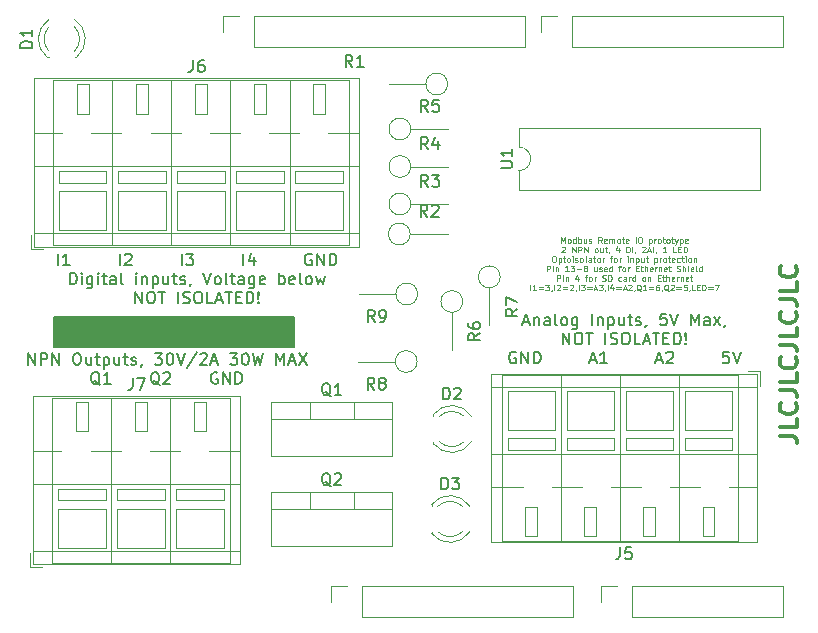
<source format=gbr>
%TF.GenerationSoftware,KiCad,Pcbnew,6.0.11-2627ca5db0~126~ubuntu20.04.1*%
%TF.CreationDate,2023-07-20T11:33:39+02:00*%
%TF.ProjectId,UNO_minimal,554e4f5f-6d69-46e6-996d-616c2e6b6963,rev?*%
%TF.SameCoordinates,Original*%
%TF.FileFunction,Legend,Top*%
%TF.FilePolarity,Positive*%
%FSLAX46Y46*%
G04 Gerber Fmt 4.6, Leading zero omitted, Abs format (unit mm)*
G04 Created by KiCad (PCBNEW 6.0.11-2627ca5db0~126~ubuntu20.04.1) date 2023-07-20 11:33:39*
%MOMM*%
%LPD*%
G01*
G04 APERTURE LIST*
%ADD10C,0.150000*%
%ADD11C,0.125000*%
%ADD12C,0.300000*%
%ADD13C,0.120000*%
G04 APERTURE END LIST*
D10*
X103175000Y-73330000D02*
X123495000Y-73330000D01*
X123495000Y-73330000D02*
X123495000Y-75870000D01*
X123495000Y-75870000D02*
X103175000Y-75870000D01*
X103175000Y-75870000D02*
X103175000Y-73330000D01*
G36*
X103175000Y-73330000D02*
G01*
X123495000Y-73330000D01*
X123495000Y-75870000D01*
X103175000Y-75870000D01*
X103175000Y-73330000D01*
G37*
D11*
X146077857Y-67098690D02*
X146077857Y-66598690D01*
X146244523Y-66955833D01*
X146411190Y-66598690D01*
X146411190Y-67098690D01*
X146720714Y-67098690D02*
X146673095Y-67074880D01*
X146649285Y-67051071D01*
X146625476Y-67003452D01*
X146625476Y-66860595D01*
X146649285Y-66812976D01*
X146673095Y-66789166D01*
X146720714Y-66765357D01*
X146792142Y-66765357D01*
X146839761Y-66789166D01*
X146863571Y-66812976D01*
X146887380Y-66860595D01*
X146887380Y-67003452D01*
X146863571Y-67051071D01*
X146839761Y-67074880D01*
X146792142Y-67098690D01*
X146720714Y-67098690D01*
X147315952Y-67098690D02*
X147315952Y-66598690D01*
X147315952Y-67074880D02*
X147268333Y-67098690D01*
X147173095Y-67098690D01*
X147125476Y-67074880D01*
X147101666Y-67051071D01*
X147077857Y-67003452D01*
X147077857Y-66860595D01*
X147101666Y-66812976D01*
X147125476Y-66789166D01*
X147173095Y-66765357D01*
X147268333Y-66765357D01*
X147315952Y-66789166D01*
X147554047Y-67098690D02*
X147554047Y-66598690D01*
X147554047Y-66789166D02*
X147601666Y-66765357D01*
X147696904Y-66765357D01*
X147744523Y-66789166D01*
X147768333Y-66812976D01*
X147792142Y-66860595D01*
X147792142Y-67003452D01*
X147768333Y-67051071D01*
X147744523Y-67074880D01*
X147696904Y-67098690D01*
X147601666Y-67098690D01*
X147554047Y-67074880D01*
X148220714Y-66765357D02*
X148220714Y-67098690D01*
X148006428Y-66765357D02*
X148006428Y-67027261D01*
X148030238Y-67074880D01*
X148077857Y-67098690D01*
X148149285Y-67098690D01*
X148196904Y-67074880D01*
X148220714Y-67051071D01*
X148435000Y-67074880D02*
X148482619Y-67098690D01*
X148577857Y-67098690D01*
X148625476Y-67074880D01*
X148649285Y-67027261D01*
X148649285Y-67003452D01*
X148625476Y-66955833D01*
X148577857Y-66932023D01*
X148506428Y-66932023D01*
X148458809Y-66908214D01*
X148435000Y-66860595D01*
X148435000Y-66836785D01*
X148458809Y-66789166D01*
X148506428Y-66765357D01*
X148577857Y-66765357D01*
X148625476Y-66789166D01*
X149530238Y-67098690D02*
X149363571Y-66860595D01*
X149244523Y-67098690D02*
X149244523Y-66598690D01*
X149435000Y-66598690D01*
X149482619Y-66622500D01*
X149506428Y-66646309D01*
X149530238Y-66693928D01*
X149530238Y-66765357D01*
X149506428Y-66812976D01*
X149482619Y-66836785D01*
X149435000Y-66860595D01*
X149244523Y-66860595D01*
X149935000Y-67074880D02*
X149887380Y-67098690D01*
X149792142Y-67098690D01*
X149744523Y-67074880D01*
X149720714Y-67027261D01*
X149720714Y-66836785D01*
X149744523Y-66789166D01*
X149792142Y-66765357D01*
X149887380Y-66765357D01*
X149935000Y-66789166D01*
X149958809Y-66836785D01*
X149958809Y-66884404D01*
X149720714Y-66932023D01*
X150173095Y-67098690D02*
X150173095Y-66765357D01*
X150173095Y-66812976D02*
X150196904Y-66789166D01*
X150244523Y-66765357D01*
X150315952Y-66765357D01*
X150363571Y-66789166D01*
X150387380Y-66836785D01*
X150387380Y-67098690D01*
X150387380Y-66836785D02*
X150411190Y-66789166D01*
X150458809Y-66765357D01*
X150530238Y-66765357D01*
X150577857Y-66789166D01*
X150601666Y-66836785D01*
X150601666Y-67098690D01*
X150911190Y-67098690D02*
X150863571Y-67074880D01*
X150839761Y-67051071D01*
X150815952Y-67003452D01*
X150815952Y-66860595D01*
X150839761Y-66812976D01*
X150863571Y-66789166D01*
X150911190Y-66765357D01*
X150982619Y-66765357D01*
X151030238Y-66789166D01*
X151054047Y-66812976D01*
X151077857Y-66860595D01*
X151077857Y-67003452D01*
X151054047Y-67051071D01*
X151030238Y-67074880D01*
X150982619Y-67098690D01*
X150911190Y-67098690D01*
X151220714Y-66765357D02*
X151411190Y-66765357D01*
X151292142Y-66598690D02*
X151292142Y-67027261D01*
X151315952Y-67074880D01*
X151363571Y-67098690D01*
X151411190Y-67098690D01*
X151768333Y-67074880D02*
X151720714Y-67098690D01*
X151625476Y-67098690D01*
X151577857Y-67074880D01*
X151554047Y-67027261D01*
X151554047Y-66836785D01*
X151577857Y-66789166D01*
X151625476Y-66765357D01*
X151720714Y-66765357D01*
X151768333Y-66789166D01*
X151792142Y-66836785D01*
X151792142Y-66884404D01*
X151554047Y-66932023D01*
X152387380Y-67098690D02*
X152387380Y-66598690D01*
X152720714Y-66598690D02*
X152815952Y-66598690D01*
X152863571Y-66622500D01*
X152911190Y-66670119D01*
X152935000Y-66765357D01*
X152935000Y-66932023D01*
X152911190Y-67027261D01*
X152863571Y-67074880D01*
X152815952Y-67098690D01*
X152720714Y-67098690D01*
X152673095Y-67074880D01*
X152625476Y-67027261D01*
X152601666Y-66932023D01*
X152601666Y-66765357D01*
X152625476Y-66670119D01*
X152673095Y-66622500D01*
X152720714Y-66598690D01*
X153530238Y-66765357D02*
X153530238Y-67265357D01*
X153530238Y-66789166D02*
X153577857Y-66765357D01*
X153673095Y-66765357D01*
X153720714Y-66789166D01*
X153744523Y-66812976D01*
X153768333Y-66860595D01*
X153768333Y-67003452D01*
X153744523Y-67051071D01*
X153720714Y-67074880D01*
X153673095Y-67098690D01*
X153577857Y-67098690D01*
X153530238Y-67074880D01*
X153982619Y-67098690D02*
X153982619Y-66765357D01*
X153982619Y-66860595D02*
X154006428Y-66812976D01*
X154030238Y-66789166D01*
X154077857Y-66765357D01*
X154125476Y-66765357D01*
X154363571Y-67098690D02*
X154315952Y-67074880D01*
X154292142Y-67051071D01*
X154268333Y-67003452D01*
X154268333Y-66860595D01*
X154292142Y-66812976D01*
X154315952Y-66789166D01*
X154363571Y-66765357D01*
X154435000Y-66765357D01*
X154482619Y-66789166D01*
X154506428Y-66812976D01*
X154530238Y-66860595D01*
X154530238Y-67003452D01*
X154506428Y-67051071D01*
X154482619Y-67074880D01*
X154435000Y-67098690D01*
X154363571Y-67098690D01*
X154673095Y-66765357D02*
X154863571Y-66765357D01*
X154744523Y-66598690D02*
X154744523Y-67027261D01*
X154768333Y-67074880D01*
X154815952Y-67098690D01*
X154863571Y-67098690D01*
X155101666Y-67098690D02*
X155054047Y-67074880D01*
X155030238Y-67051071D01*
X155006428Y-67003452D01*
X155006428Y-66860595D01*
X155030238Y-66812976D01*
X155054047Y-66789166D01*
X155101666Y-66765357D01*
X155173095Y-66765357D01*
X155220714Y-66789166D01*
X155244523Y-66812976D01*
X155268333Y-66860595D01*
X155268333Y-67003452D01*
X155244523Y-67051071D01*
X155220714Y-67074880D01*
X155173095Y-67098690D01*
X155101666Y-67098690D01*
X155411190Y-66765357D02*
X155601666Y-66765357D01*
X155482619Y-66598690D02*
X155482619Y-67027261D01*
X155506428Y-67074880D01*
X155554047Y-67098690D01*
X155601666Y-67098690D01*
X155720714Y-66765357D02*
X155839761Y-67098690D01*
X155958809Y-66765357D02*
X155839761Y-67098690D01*
X155792142Y-67217738D01*
X155768333Y-67241547D01*
X155720714Y-67265357D01*
X156149285Y-66765357D02*
X156149285Y-67265357D01*
X156149285Y-66789166D02*
X156196904Y-66765357D01*
X156292142Y-66765357D01*
X156339761Y-66789166D01*
X156363571Y-66812976D01*
X156387380Y-66860595D01*
X156387380Y-67003452D01*
X156363571Y-67051071D01*
X156339761Y-67074880D01*
X156292142Y-67098690D01*
X156196904Y-67098690D01*
X156149285Y-67074880D01*
X156792142Y-67074880D02*
X156744523Y-67098690D01*
X156649285Y-67098690D01*
X156601666Y-67074880D01*
X156577857Y-67027261D01*
X156577857Y-66836785D01*
X156601666Y-66789166D01*
X156649285Y-66765357D01*
X156744523Y-66765357D01*
X156792142Y-66789166D01*
X156815952Y-66836785D01*
X156815952Y-66884404D01*
X156577857Y-66932023D01*
X146137380Y-67451309D02*
X146161190Y-67427500D01*
X146208809Y-67403690D01*
X146327857Y-67403690D01*
X146375476Y-67427500D01*
X146399285Y-67451309D01*
X146423095Y-67498928D01*
X146423095Y-67546547D01*
X146399285Y-67617976D01*
X146113571Y-67903690D01*
X146423095Y-67903690D01*
X147018333Y-67903690D02*
X147018333Y-67403690D01*
X147304047Y-67903690D01*
X147304047Y-67403690D01*
X147542142Y-67903690D02*
X147542142Y-67403690D01*
X147732619Y-67403690D01*
X147780238Y-67427500D01*
X147804047Y-67451309D01*
X147827857Y-67498928D01*
X147827857Y-67570357D01*
X147804047Y-67617976D01*
X147780238Y-67641785D01*
X147732619Y-67665595D01*
X147542142Y-67665595D01*
X148042142Y-67903690D02*
X148042142Y-67403690D01*
X148327857Y-67903690D01*
X148327857Y-67403690D01*
X149018333Y-67903690D02*
X148970714Y-67879880D01*
X148946904Y-67856071D01*
X148923095Y-67808452D01*
X148923095Y-67665595D01*
X148946904Y-67617976D01*
X148970714Y-67594166D01*
X149018333Y-67570357D01*
X149089761Y-67570357D01*
X149137380Y-67594166D01*
X149161190Y-67617976D01*
X149185000Y-67665595D01*
X149185000Y-67808452D01*
X149161190Y-67856071D01*
X149137380Y-67879880D01*
X149089761Y-67903690D01*
X149018333Y-67903690D01*
X149613571Y-67570357D02*
X149613571Y-67903690D01*
X149399285Y-67570357D02*
X149399285Y-67832261D01*
X149423095Y-67879880D01*
X149470714Y-67903690D01*
X149542142Y-67903690D01*
X149589761Y-67879880D01*
X149613571Y-67856071D01*
X149780238Y-67570357D02*
X149970714Y-67570357D01*
X149851666Y-67403690D02*
X149851666Y-67832261D01*
X149875476Y-67879880D01*
X149923095Y-67903690D01*
X149970714Y-67903690D01*
X150161190Y-67879880D02*
X150161190Y-67903690D01*
X150137380Y-67951309D01*
X150113571Y-67975119D01*
X150970714Y-67570357D02*
X150970714Y-67903690D01*
X150851666Y-67379880D02*
X150732619Y-67737023D01*
X151042142Y-67737023D01*
X151613571Y-67903690D02*
X151613571Y-67403690D01*
X151732619Y-67403690D01*
X151804047Y-67427500D01*
X151851666Y-67475119D01*
X151875476Y-67522738D01*
X151899285Y-67617976D01*
X151899285Y-67689404D01*
X151875476Y-67784642D01*
X151851666Y-67832261D01*
X151804047Y-67879880D01*
X151732619Y-67903690D01*
X151613571Y-67903690D01*
X152113571Y-67903690D02*
X152113571Y-67403690D01*
X152375476Y-67879880D02*
X152375476Y-67903690D01*
X152351666Y-67951309D01*
X152327857Y-67975119D01*
X152946904Y-67451309D02*
X152970714Y-67427500D01*
X153018333Y-67403690D01*
X153137380Y-67403690D01*
X153185000Y-67427500D01*
X153208809Y-67451309D01*
X153232619Y-67498928D01*
X153232619Y-67546547D01*
X153208809Y-67617976D01*
X152923095Y-67903690D01*
X153232619Y-67903690D01*
X153423095Y-67760833D02*
X153661190Y-67760833D01*
X153375476Y-67903690D02*
X153542142Y-67403690D01*
X153708809Y-67903690D01*
X153875476Y-67903690D02*
X153875476Y-67403690D01*
X154137380Y-67879880D02*
X154137380Y-67903690D01*
X154113571Y-67951309D01*
X154089761Y-67975119D01*
X154994523Y-67903690D02*
X154708809Y-67903690D01*
X154851666Y-67903690D02*
X154851666Y-67403690D01*
X154804047Y-67475119D01*
X154756428Y-67522738D01*
X154708809Y-67546547D01*
X155827857Y-67903690D02*
X155589761Y-67903690D01*
X155589761Y-67403690D01*
X155994523Y-67641785D02*
X156161190Y-67641785D01*
X156232619Y-67903690D02*
X155994523Y-67903690D01*
X155994523Y-67403690D01*
X156232619Y-67403690D01*
X156446904Y-67903690D02*
X156446904Y-67403690D01*
X156565952Y-67403690D01*
X156637380Y-67427500D01*
X156685000Y-67475119D01*
X156708809Y-67522738D01*
X156732619Y-67617976D01*
X156732619Y-67689404D01*
X156708809Y-67784642D01*
X156685000Y-67832261D01*
X156637380Y-67879880D01*
X156565952Y-67903690D01*
X156446904Y-67903690D01*
X145434999Y-68208690D02*
X145530238Y-68208690D01*
X145577857Y-68232500D01*
X145625476Y-68280119D01*
X145649285Y-68375357D01*
X145649285Y-68542023D01*
X145625476Y-68637261D01*
X145577857Y-68684880D01*
X145530238Y-68708690D01*
X145434999Y-68708690D01*
X145387380Y-68684880D01*
X145339761Y-68637261D01*
X145315952Y-68542023D01*
X145315952Y-68375357D01*
X145339761Y-68280119D01*
X145387380Y-68232500D01*
X145434999Y-68208690D01*
X145863571Y-68375357D02*
X145863571Y-68875357D01*
X145863571Y-68399166D02*
X145911190Y-68375357D01*
X146006428Y-68375357D01*
X146054047Y-68399166D01*
X146077857Y-68422976D01*
X146101666Y-68470595D01*
X146101666Y-68613452D01*
X146077857Y-68661071D01*
X146054047Y-68684880D01*
X146006428Y-68708690D01*
X145911190Y-68708690D01*
X145863571Y-68684880D01*
X146244523Y-68375357D02*
X146434999Y-68375357D01*
X146315952Y-68208690D02*
X146315952Y-68637261D01*
X146339761Y-68684880D01*
X146387380Y-68708690D01*
X146434999Y-68708690D01*
X146673095Y-68708690D02*
X146625476Y-68684880D01*
X146601666Y-68661071D01*
X146577857Y-68613452D01*
X146577857Y-68470595D01*
X146601666Y-68422976D01*
X146625476Y-68399166D01*
X146673095Y-68375357D01*
X146744523Y-68375357D01*
X146792142Y-68399166D01*
X146815952Y-68422976D01*
X146839761Y-68470595D01*
X146839761Y-68613452D01*
X146815952Y-68661071D01*
X146792142Y-68684880D01*
X146744523Y-68708690D01*
X146673095Y-68708690D01*
X147054047Y-68708690D02*
X147054047Y-68375357D01*
X147054047Y-68208690D02*
X147030238Y-68232500D01*
X147054047Y-68256309D01*
X147077857Y-68232500D01*
X147054047Y-68208690D01*
X147054047Y-68256309D01*
X147268333Y-68684880D02*
X147315952Y-68708690D01*
X147411190Y-68708690D01*
X147458809Y-68684880D01*
X147482619Y-68637261D01*
X147482619Y-68613452D01*
X147458809Y-68565833D01*
X147411190Y-68542023D01*
X147339761Y-68542023D01*
X147292142Y-68518214D01*
X147268333Y-68470595D01*
X147268333Y-68446785D01*
X147292142Y-68399166D01*
X147339761Y-68375357D01*
X147411190Y-68375357D01*
X147458809Y-68399166D01*
X147768333Y-68708690D02*
X147720714Y-68684880D01*
X147696904Y-68661071D01*
X147673095Y-68613452D01*
X147673095Y-68470595D01*
X147696904Y-68422976D01*
X147720714Y-68399166D01*
X147768333Y-68375357D01*
X147839761Y-68375357D01*
X147887380Y-68399166D01*
X147911190Y-68422976D01*
X147934999Y-68470595D01*
X147934999Y-68613452D01*
X147911190Y-68661071D01*
X147887380Y-68684880D01*
X147839761Y-68708690D01*
X147768333Y-68708690D01*
X148220714Y-68708690D02*
X148173095Y-68684880D01*
X148149285Y-68637261D01*
X148149285Y-68208690D01*
X148625476Y-68708690D02*
X148625476Y-68446785D01*
X148601666Y-68399166D01*
X148554047Y-68375357D01*
X148458809Y-68375357D01*
X148411190Y-68399166D01*
X148625476Y-68684880D02*
X148577857Y-68708690D01*
X148458809Y-68708690D01*
X148411190Y-68684880D01*
X148387380Y-68637261D01*
X148387380Y-68589642D01*
X148411190Y-68542023D01*
X148458809Y-68518214D01*
X148577857Y-68518214D01*
X148625476Y-68494404D01*
X148792142Y-68375357D02*
X148982619Y-68375357D01*
X148863571Y-68208690D02*
X148863571Y-68637261D01*
X148887380Y-68684880D01*
X148934999Y-68708690D01*
X148982619Y-68708690D01*
X149220714Y-68708690D02*
X149173095Y-68684880D01*
X149149285Y-68661071D01*
X149125476Y-68613452D01*
X149125476Y-68470595D01*
X149149285Y-68422976D01*
X149173095Y-68399166D01*
X149220714Y-68375357D01*
X149292142Y-68375357D01*
X149339761Y-68399166D01*
X149363571Y-68422976D01*
X149387380Y-68470595D01*
X149387380Y-68613452D01*
X149363571Y-68661071D01*
X149339761Y-68684880D01*
X149292142Y-68708690D01*
X149220714Y-68708690D01*
X149601666Y-68708690D02*
X149601666Y-68375357D01*
X149601666Y-68470595D02*
X149625476Y-68422976D01*
X149649285Y-68399166D01*
X149696904Y-68375357D01*
X149744523Y-68375357D01*
X150220714Y-68375357D02*
X150411190Y-68375357D01*
X150292142Y-68708690D02*
X150292142Y-68280119D01*
X150315952Y-68232500D01*
X150363571Y-68208690D01*
X150411190Y-68208690D01*
X150649285Y-68708690D02*
X150601666Y-68684880D01*
X150577857Y-68661071D01*
X150554047Y-68613452D01*
X150554047Y-68470595D01*
X150577857Y-68422976D01*
X150601666Y-68399166D01*
X150649285Y-68375357D01*
X150720714Y-68375357D01*
X150768333Y-68399166D01*
X150792142Y-68422976D01*
X150815952Y-68470595D01*
X150815952Y-68613452D01*
X150792142Y-68661071D01*
X150768333Y-68684880D01*
X150720714Y-68708690D01*
X150649285Y-68708690D01*
X151030238Y-68708690D02*
X151030238Y-68375357D01*
X151030238Y-68470595D02*
X151054047Y-68422976D01*
X151077857Y-68399166D01*
X151125476Y-68375357D01*
X151173095Y-68375357D01*
X151720714Y-68708690D02*
X151720714Y-68375357D01*
X151720714Y-68208690D02*
X151696904Y-68232500D01*
X151720714Y-68256309D01*
X151744523Y-68232500D01*
X151720714Y-68208690D01*
X151720714Y-68256309D01*
X151958809Y-68375357D02*
X151958809Y-68708690D01*
X151958809Y-68422976D02*
X151982619Y-68399166D01*
X152030238Y-68375357D01*
X152101666Y-68375357D01*
X152149285Y-68399166D01*
X152173095Y-68446785D01*
X152173095Y-68708690D01*
X152411190Y-68375357D02*
X152411190Y-68875357D01*
X152411190Y-68399166D02*
X152458809Y-68375357D01*
X152554047Y-68375357D01*
X152601666Y-68399166D01*
X152625476Y-68422976D01*
X152649285Y-68470595D01*
X152649285Y-68613452D01*
X152625476Y-68661071D01*
X152601666Y-68684880D01*
X152554047Y-68708690D01*
X152458809Y-68708690D01*
X152411190Y-68684880D01*
X153077857Y-68375357D02*
X153077857Y-68708690D01*
X152863571Y-68375357D02*
X152863571Y-68637261D01*
X152887380Y-68684880D01*
X152934999Y-68708690D01*
X153006428Y-68708690D01*
X153054047Y-68684880D01*
X153077857Y-68661071D01*
X153244523Y-68375357D02*
X153434999Y-68375357D01*
X153315952Y-68208690D02*
X153315952Y-68637261D01*
X153339761Y-68684880D01*
X153387380Y-68708690D01*
X153434999Y-68708690D01*
X153982619Y-68375357D02*
X153982619Y-68875357D01*
X153982619Y-68399166D02*
X154030238Y-68375357D01*
X154125476Y-68375357D01*
X154173095Y-68399166D01*
X154196904Y-68422976D01*
X154220714Y-68470595D01*
X154220714Y-68613452D01*
X154196904Y-68661071D01*
X154173095Y-68684880D01*
X154125476Y-68708690D01*
X154030238Y-68708690D01*
X153982619Y-68684880D01*
X154434999Y-68708690D02*
X154434999Y-68375357D01*
X154434999Y-68470595D02*
X154458809Y-68422976D01*
X154482619Y-68399166D01*
X154530238Y-68375357D01*
X154577857Y-68375357D01*
X154815952Y-68708690D02*
X154768333Y-68684880D01*
X154744523Y-68661071D01*
X154720714Y-68613452D01*
X154720714Y-68470595D01*
X154744523Y-68422976D01*
X154768333Y-68399166D01*
X154815952Y-68375357D01*
X154887380Y-68375357D01*
X154934999Y-68399166D01*
X154958809Y-68422976D01*
X154982619Y-68470595D01*
X154982619Y-68613452D01*
X154958809Y-68661071D01*
X154934999Y-68684880D01*
X154887380Y-68708690D01*
X154815952Y-68708690D01*
X155125476Y-68375357D02*
X155315952Y-68375357D01*
X155196904Y-68208690D02*
X155196904Y-68637261D01*
X155220714Y-68684880D01*
X155268333Y-68708690D01*
X155315952Y-68708690D01*
X155673095Y-68684880D02*
X155625476Y-68708690D01*
X155530238Y-68708690D01*
X155482619Y-68684880D01*
X155458809Y-68637261D01*
X155458809Y-68446785D01*
X155482619Y-68399166D01*
X155530238Y-68375357D01*
X155625476Y-68375357D01*
X155673095Y-68399166D01*
X155696904Y-68446785D01*
X155696904Y-68494404D01*
X155458809Y-68542023D01*
X156125476Y-68684880D02*
X156077857Y-68708690D01*
X155982619Y-68708690D01*
X155934999Y-68684880D01*
X155911190Y-68661071D01*
X155887380Y-68613452D01*
X155887380Y-68470595D01*
X155911190Y-68422976D01*
X155934999Y-68399166D01*
X155982619Y-68375357D01*
X156077857Y-68375357D01*
X156125476Y-68399166D01*
X156268333Y-68375357D02*
X156458809Y-68375357D01*
X156339761Y-68208690D02*
X156339761Y-68637261D01*
X156363571Y-68684880D01*
X156411190Y-68708690D01*
X156458809Y-68708690D01*
X156625476Y-68708690D02*
X156625476Y-68375357D01*
X156625476Y-68208690D02*
X156601666Y-68232500D01*
X156625476Y-68256309D01*
X156649285Y-68232500D01*
X156625476Y-68208690D01*
X156625476Y-68256309D01*
X156934999Y-68708690D02*
X156887380Y-68684880D01*
X156863571Y-68661071D01*
X156839761Y-68613452D01*
X156839761Y-68470595D01*
X156863571Y-68422976D01*
X156887380Y-68399166D01*
X156934999Y-68375357D01*
X157006428Y-68375357D01*
X157054047Y-68399166D01*
X157077857Y-68422976D01*
X157101666Y-68470595D01*
X157101666Y-68613452D01*
X157077857Y-68661071D01*
X157054047Y-68684880D01*
X157006428Y-68708690D01*
X156934999Y-68708690D01*
X157315952Y-68375357D02*
X157315952Y-68708690D01*
X157315952Y-68422976D02*
X157339761Y-68399166D01*
X157387380Y-68375357D01*
X157458809Y-68375357D01*
X157506428Y-68399166D01*
X157530238Y-68446785D01*
X157530238Y-68708690D01*
X144887380Y-69513690D02*
X144887380Y-69013690D01*
X145077857Y-69013690D01*
X145125476Y-69037500D01*
X145149285Y-69061309D01*
X145173095Y-69108928D01*
X145173095Y-69180357D01*
X145149285Y-69227976D01*
X145125476Y-69251785D01*
X145077857Y-69275595D01*
X144887380Y-69275595D01*
X145387380Y-69513690D02*
X145387380Y-69180357D01*
X145387380Y-69013690D02*
X145363571Y-69037500D01*
X145387380Y-69061309D01*
X145411190Y-69037500D01*
X145387380Y-69013690D01*
X145387380Y-69061309D01*
X145625476Y-69180357D02*
X145625476Y-69513690D01*
X145625476Y-69227976D02*
X145649285Y-69204166D01*
X145696904Y-69180357D01*
X145768333Y-69180357D01*
X145815952Y-69204166D01*
X145839761Y-69251785D01*
X145839761Y-69513690D01*
X146720714Y-69513690D02*
X146435000Y-69513690D01*
X146577857Y-69513690D02*
X146577857Y-69013690D01*
X146530238Y-69085119D01*
X146482619Y-69132738D01*
X146435000Y-69156547D01*
X146887380Y-69013690D02*
X147196904Y-69013690D01*
X147030238Y-69204166D01*
X147101666Y-69204166D01*
X147149285Y-69227976D01*
X147173095Y-69251785D01*
X147196904Y-69299404D01*
X147196904Y-69418452D01*
X147173095Y-69466071D01*
X147149285Y-69489880D01*
X147101666Y-69513690D01*
X146958809Y-69513690D01*
X146911190Y-69489880D01*
X146887380Y-69466071D01*
X147411190Y-69323214D02*
X147792142Y-69323214D01*
X148101666Y-69227976D02*
X148054047Y-69204166D01*
X148030238Y-69180357D01*
X148006428Y-69132738D01*
X148006428Y-69108928D01*
X148030238Y-69061309D01*
X148054047Y-69037500D01*
X148101666Y-69013690D01*
X148196904Y-69013690D01*
X148244523Y-69037500D01*
X148268333Y-69061309D01*
X148292142Y-69108928D01*
X148292142Y-69132738D01*
X148268333Y-69180357D01*
X148244523Y-69204166D01*
X148196904Y-69227976D01*
X148101666Y-69227976D01*
X148054047Y-69251785D01*
X148030238Y-69275595D01*
X148006428Y-69323214D01*
X148006428Y-69418452D01*
X148030238Y-69466071D01*
X148054047Y-69489880D01*
X148101666Y-69513690D01*
X148196904Y-69513690D01*
X148244523Y-69489880D01*
X148268333Y-69466071D01*
X148292142Y-69418452D01*
X148292142Y-69323214D01*
X148268333Y-69275595D01*
X148244523Y-69251785D01*
X148196904Y-69227976D01*
X149101666Y-69180357D02*
X149101666Y-69513690D01*
X148887380Y-69180357D02*
X148887380Y-69442261D01*
X148911190Y-69489880D01*
X148958809Y-69513690D01*
X149030238Y-69513690D01*
X149077857Y-69489880D01*
X149101666Y-69466071D01*
X149315952Y-69489880D02*
X149363571Y-69513690D01*
X149458809Y-69513690D01*
X149506428Y-69489880D01*
X149530238Y-69442261D01*
X149530238Y-69418452D01*
X149506428Y-69370833D01*
X149458809Y-69347023D01*
X149387380Y-69347023D01*
X149339761Y-69323214D01*
X149315952Y-69275595D01*
X149315952Y-69251785D01*
X149339761Y-69204166D01*
X149387380Y-69180357D01*
X149458809Y-69180357D01*
X149506428Y-69204166D01*
X149935000Y-69489880D02*
X149887380Y-69513690D01*
X149792142Y-69513690D01*
X149744523Y-69489880D01*
X149720714Y-69442261D01*
X149720714Y-69251785D01*
X149744523Y-69204166D01*
X149792142Y-69180357D01*
X149887380Y-69180357D01*
X149935000Y-69204166D01*
X149958809Y-69251785D01*
X149958809Y-69299404D01*
X149720714Y-69347023D01*
X150387380Y-69513690D02*
X150387380Y-69013690D01*
X150387380Y-69489880D02*
X150339761Y-69513690D01*
X150244523Y-69513690D01*
X150196904Y-69489880D01*
X150173095Y-69466071D01*
X150149285Y-69418452D01*
X150149285Y-69275595D01*
X150173095Y-69227976D01*
X150196904Y-69204166D01*
X150244523Y-69180357D01*
X150339761Y-69180357D01*
X150387380Y-69204166D01*
X150935000Y-69180357D02*
X151125476Y-69180357D01*
X151006428Y-69513690D02*
X151006428Y-69085119D01*
X151030238Y-69037500D01*
X151077857Y-69013690D01*
X151125476Y-69013690D01*
X151363571Y-69513690D02*
X151315952Y-69489880D01*
X151292142Y-69466071D01*
X151268333Y-69418452D01*
X151268333Y-69275595D01*
X151292142Y-69227976D01*
X151315952Y-69204166D01*
X151363571Y-69180357D01*
X151435000Y-69180357D01*
X151482619Y-69204166D01*
X151506428Y-69227976D01*
X151530238Y-69275595D01*
X151530238Y-69418452D01*
X151506428Y-69466071D01*
X151482619Y-69489880D01*
X151435000Y-69513690D01*
X151363571Y-69513690D01*
X151744523Y-69513690D02*
X151744523Y-69180357D01*
X151744523Y-69275595D02*
X151768333Y-69227976D01*
X151792142Y-69204166D01*
X151839761Y-69180357D01*
X151887380Y-69180357D01*
X152435000Y-69251785D02*
X152601666Y-69251785D01*
X152673095Y-69513690D02*
X152435000Y-69513690D01*
X152435000Y-69013690D01*
X152673095Y-69013690D01*
X152815952Y-69180357D02*
X153006428Y-69180357D01*
X152887380Y-69013690D02*
X152887380Y-69442261D01*
X152911190Y-69489880D01*
X152958809Y-69513690D01*
X153006428Y-69513690D01*
X153173095Y-69513690D02*
X153173095Y-69013690D01*
X153387380Y-69513690D02*
X153387380Y-69251785D01*
X153363571Y-69204166D01*
X153315952Y-69180357D01*
X153244523Y-69180357D01*
X153196904Y-69204166D01*
X153173095Y-69227976D01*
X153815952Y-69489880D02*
X153768333Y-69513690D01*
X153673095Y-69513690D01*
X153625476Y-69489880D01*
X153601666Y-69442261D01*
X153601666Y-69251785D01*
X153625476Y-69204166D01*
X153673095Y-69180357D01*
X153768333Y-69180357D01*
X153815952Y-69204166D01*
X153839761Y-69251785D01*
X153839761Y-69299404D01*
X153601666Y-69347023D01*
X154054047Y-69513690D02*
X154054047Y-69180357D01*
X154054047Y-69275595D02*
X154077857Y-69227976D01*
X154101666Y-69204166D01*
X154149285Y-69180357D01*
X154196904Y-69180357D01*
X154363571Y-69180357D02*
X154363571Y-69513690D01*
X154363571Y-69227976D02*
X154387380Y-69204166D01*
X154435000Y-69180357D01*
X154506428Y-69180357D01*
X154554047Y-69204166D01*
X154577857Y-69251785D01*
X154577857Y-69513690D01*
X155006428Y-69489880D02*
X154958809Y-69513690D01*
X154863571Y-69513690D01*
X154815952Y-69489880D01*
X154792142Y-69442261D01*
X154792142Y-69251785D01*
X154815952Y-69204166D01*
X154863571Y-69180357D01*
X154958809Y-69180357D01*
X155006428Y-69204166D01*
X155030238Y-69251785D01*
X155030238Y-69299404D01*
X154792142Y-69347023D01*
X155173095Y-69180357D02*
X155363571Y-69180357D01*
X155244523Y-69013690D02*
X155244523Y-69442261D01*
X155268333Y-69489880D01*
X155315952Y-69513690D01*
X155363571Y-69513690D01*
X155887380Y-69489880D02*
X155958809Y-69513690D01*
X156077857Y-69513690D01*
X156125476Y-69489880D01*
X156149285Y-69466071D01*
X156173095Y-69418452D01*
X156173095Y-69370833D01*
X156149285Y-69323214D01*
X156125476Y-69299404D01*
X156077857Y-69275595D01*
X155982619Y-69251785D01*
X155935000Y-69227976D01*
X155911190Y-69204166D01*
X155887380Y-69156547D01*
X155887380Y-69108928D01*
X155911190Y-69061309D01*
X155935000Y-69037500D01*
X155982619Y-69013690D01*
X156101666Y-69013690D01*
X156173095Y-69037500D01*
X156387380Y-69513690D02*
X156387380Y-69013690D01*
X156601666Y-69513690D02*
X156601666Y-69251785D01*
X156577857Y-69204166D01*
X156530238Y-69180357D01*
X156458809Y-69180357D01*
X156411190Y-69204166D01*
X156387380Y-69227976D01*
X156839761Y-69513690D02*
X156839761Y-69180357D01*
X156839761Y-69013690D02*
X156815952Y-69037500D01*
X156839761Y-69061309D01*
X156863571Y-69037500D01*
X156839761Y-69013690D01*
X156839761Y-69061309D01*
X157268333Y-69489880D02*
X157220714Y-69513690D01*
X157125476Y-69513690D01*
X157077857Y-69489880D01*
X157054047Y-69442261D01*
X157054047Y-69251785D01*
X157077857Y-69204166D01*
X157125476Y-69180357D01*
X157220714Y-69180357D01*
X157268333Y-69204166D01*
X157292142Y-69251785D01*
X157292142Y-69299404D01*
X157054047Y-69347023D01*
X157577857Y-69513690D02*
X157530238Y-69489880D01*
X157506428Y-69442261D01*
X157506428Y-69013690D01*
X157982619Y-69513690D02*
X157982619Y-69013690D01*
X157982619Y-69489880D02*
X157935000Y-69513690D01*
X157839761Y-69513690D01*
X157792142Y-69489880D01*
X157768333Y-69466071D01*
X157744523Y-69418452D01*
X157744523Y-69275595D01*
X157768333Y-69227976D01*
X157792142Y-69204166D01*
X157839761Y-69180357D01*
X157935000Y-69180357D01*
X157982619Y-69204166D01*
X145744523Y-70318690D02*
X145744523Y-69818690D01*
X145935000Y-69818690D01*
X145982619Y-69842500D01*
X146006428Y-69866309D01*
X146030238Y-69913928D01*
X146030238Y-69985357D01*
X146006428Y-70032976D01*
X145982619Y-70056785D01*
X145935000Y-70080595D01*
X145744523Y-70080595D01*
X146244523Y-70318690D02*
X146244523Y-69985357D01*
X146244523Y-69818690D02*
X146220714Y-69842500D01*
X146244523Y-69866309D01*
X146268333Y-69842500D01*
X146244523Y-69818690D01*
X146244523Y-69866309D01*
X146482619Y-69985357D02*
X146482619Y-70318690D01*
X146482619Y-70032976D02*
X146506428Y-70009166D01*
X146554047Y-69985357D01*
X146625476Y-69985357D01*
X146673095Y-70009166D01*
X146696904Y-70056785D01*
X146696904Y-70318690D01*
X147530238Y-69985357D02*
X147530238Y-70318690D01*
X147411190Y-69794880D02*
X147292142Y-70152023D01*
X147601666Y-70152023D01*
X148101666Y-69985357D02*
X148292142Y-69985357D01*
X148173095Y-70318690D02*
X148173095Y-69890119D01*
X148196904Y-69842500D01*
X148244523Y-69818690D01*
X148292142Y-69818690D01*
X148530238Y-70318690D02*
X148482619Y-70294880D01*
X148458809Y-70271071D01*
X148435000Y-70223452D01*
X148435000Y-70080595D01*
X148458809Y-70032976D01*
X148482619Y-70009166D01*
X148530238Y-69985357D01*
X148601666Y-69985357D01*
X148649285Y-70009166D01*
X148673095Y-70032976D01*
X148696904Y-70080595D01*
X148696904Y-70223452D01*
X148673095Y-70271071D01*
X148649285Y-70294880D01*
X148601666Y-70318690D01*
X148530238Y-70318690D01*
X148911190Y-70318690D02*
X148911190Y-69985357D01*
X148911190Y-70080595D02*
X148935000Y-70032976D01*
X148958809Y-70009166D01*
X149006428Y-69985357D01*
X149054047Y-69985357D01*
X149577857Y-70294880D02*
X149649285Y-70318690D01*
X149768333Y-70318690D01*
X149815952Y-70294880D01*
X149839761Y-70271071D01*
X149863571Y-70223452D01*
X149863571Y-70175833D01*
X149839761Y-70128214D01*
X149815952Y-70104404D01*
X149768333Y-70080595D01*
X149673095Y-70056785D01*
X149625476Y-70032976D01*
X149601666Y-70009166D01*
X149577857Y-69961547D01*
X149577857Y-69913928D01*
X149601666Y-69866309D01*
X149625476Y-69842500D01*
X149673095Y-69818690D01*
X149792142Y-69818690D01*
X149863571Y-69842500D01*
X150077857Y-70318690D02*
X150077857Y-69818690D01*
X150196904Y-69818690D01*
X150268333Y-69842500D01*
X150315952Y-69890119D01*
X150339761Y-69937738D01*
X150363571Y-70032976D01*
X150363571Y-70104404D01*
X150339761Y-70199642D01*
X150315952Y-70247261D01*
X150268333Y-70294880D01*
X150196904Y-70318690D01*
X150077857Y-70318690D01*
X151173095Y-70294880D02*
X151125476Y-70318690D01*
X151030238Y-70318690D01*
X150982619Y-70294880D01*
X150958809Y-70271071D01*
X150935000Y-70223452D01*
X150935000Y-70080595D01*
X150958809Y-70032976D01*
X150982619Y-70009166D01*
X151030238Y-69985357D01*
X151125476Y-69985357D01*
X151173095Y-70009166D01*
X151601666Y-70318690D02*
X151601666Y-70056785D01*
X151577857Y-70009166D01*
X151530238Y-69985357D01*
X151435000Y-69985357D01*
X151387380Y-70009166D01*
X151601666Y-70294880D02*
X151554047Y-70318690D01*
X151435000Y-70318690D01*
X151387380Y-70294880D01*
X151363571Y-70247261D01*
X151363571Y-70199642D01*
X151387380Y-70152023D01*
X151435000Y-70128214D01*
X151554047Y-70128214D01*
X151601666Y-70104404D01*
X151839761Y-70318690D02*
X151839761Y-69985357D01*
X151839761Y-70080595D02*
X151863571Y-70032976D01*
X151887380Y-70009166D01*
X151935000Y-69985357D01*
X151982619Y-69985357D01*
X152363571Y-70318690D02*
X152363571Y-69818690D01*
X152363571Y-70294880D02*
X152315952Y-70318690D01*
X152220714Y-70318690D01*
X152173095Y-70294880D01*
X152149285Y-70271071D01*
X152125476Y-70223452D01*
X152125476Y-70080595D01*
X152149285Y-70032976D01*
X152173095Y-70009166D01*
X152220714Y-69985357D01*
X152315952Y-69985357D01*
X152363571Y-70009166D01*
X153054047Y-70318690D02*
X153006428Y-70294880D01*
X152982619Y-70271071D01*
X152958809Y-70223452D01*
X152958809Y-70080595D01*
X152982619Y-70032976D01*
X153006428Y-70009166D01*
X153054047Y-69985357D01*
X153125476Y-69985357D01*
X153173095Y-70009166D01*
X153196904Y-70032976D01*
X153220714Y-70080595D01*
X153220714Y-70223452D01*
X153196904Y-70271071D01*
X153173095Y-70294880D01*
X153125476Y-70318690D01*
X153054047Y-70318690D01*
X153435000Y-69985357D02*
X153435000Y-70318690D01*
X153435000Y-70032976D02*
X153458809Y-70009166D01*
X153506428Y-69985357D01*
X153577857Y-69985357D01*
X153625476Y-70009166D01*
X153649285Y-70056785D01*
X153649285Y-70318690D01*
X154268333Y-70056785D02*
X154435000Y-70056785D01*
X154506428Y-70318690D02*
X154268333Y-70318690D01*
X154268333Y-69818690D01*
X154506428Y-69818690D01*
X154649285Y-69985357D02*
X154839761Y-69985357D01*
X154720714Y-69818690D02*
X154720714Y-70247261D01*
X154744523Y-70294880D01*
X154792142Y-70318690D01*
X154839761Y-70318690D01*
X155006428Y-70318690D02*
X155006428Y-69818690D01*
X155220714Y-70318690D02*
X155220714Y-70056785D01*
X155196904Y-70009166D01*
X155149285Y-69985357D01*
X155077857Y-69985357D01*
X155030238Y-70009166D01*
X155006428Y-70032976D01*
X155649285Y-70294880D02*
X155601666Y-70318690D01*
X155506428Y-70318690D01*
X155458809Y-70294880D01*
X155435000Y-70247261D01*
X155435000Y-70056785D01*
X155458809Y-70009166D01*
X155506428Y-69985357D01*
X155601666Y-69985357D01*
X155649285Y-70009166D01*
X155673095Y-70056785D01*
X155673095Y-70104404D01*
X155435000Y-70152023D01*
X155887380Y-70318690D02*
X155887380Y-69985357D01*
X155887380Y-70080595D02*
X155911190Y-70032976D01*
X155935000Y-70009166D01*
X155982619Y-69985357D01*
X156030238Y-69985357D01*
X156196904Y-69985357D02*
X156196904Y-70318690D01*
X156196904Y-70032976D02*
X156220714Y-70009166D01*
X156268333Y-69985357D01*
X156339761Y-69985357D01*
X156387380Y-70009166D01*
X156411190Y-70056785D01*
X156411190Y-70318690D01*
X156839761Y-70294880D02*
X156792142Y-70318690D01*
X156696904Y-70318690D01*
X156649285Y-70294880D01*
X156625476Y-70247261D01*
X156625476Y-70056785D01*
X156649285Y-70009166D01*
X156696904Y-69985357D01*
X156792142Y-69985357D01*
X156839761Y-70009166D01*
X156863571Y-70056785D01*
X156863571Y-70104404D01*
X156625476Y-70152023D01*
X157006428Y-69985357D02*
X157196904Y-69985357D01*
X157077857Y-69818690D02*
X157077857Y-70247261D01*
X157101666Y-70294880D01*
X157149285Y-70318690D01*
X157196904Y-70318690D01*
X143470714Y-71123690D02*
X143470714Y-70623690D01*
X143970714Y-71123690D02*
X143685000Y-71123690D01*
X143827857Y-71123690D02*
X143827857Y-70623690D01*
X143780238Y-70695119D01*
X143732619Y-70742738D01*
X143685000Y-70766547D01*
X144185000Y-70861785D02*
X144565952Y-70861785D01*
X144565952Y-71004642D02*
X144185000Y-71004642D01*
X144756428Y-70623690D02*
X145065952Y-70623690D01*
X144899285Y-70814166D01*
X144970714Y-70814166D01*
X145018333Y-70837976D01*
X145042142Y-70861785D01*
X145065952Y-70909404D01*
X145065952Y-71028452D01*
X145042142Y-71076071D01*
X145018333Y-71099880D01*
X144970714Y-71123690D01*
X144827857Y-71123690D01*
X144780238Y-71099880D01*
X144756428Y-71076071D01*
X145304047Y-71099880D02*
X145304047Y-71123690D01*
X145280238Y-71171309D01*
X145256428Y-71195119D01*
X145518333Y-71123690D02*
X145518333Y-70623690D01*
X145732619Y-70671309D02*
X145756428Y-70647500D01*
X145804047Y-70623690D01*
X145923095Y-70623690D01*
X145970714Y-70647500D01*
X145994523Y-70671309D01*
X146018333Y-70718928D01*
X146018333Y-70766547D01*
X145994523Y-70837976D01*
X145708809Y-71123690D01*
X146018333Y-71123690D01*
X146232619Y-70861785D02*
X146613571Y-70861785D01*
X146613571Y-71004642D02*
X146232619Y-71004642D01*
X146827857Y-70671309D02*
X146851666Y-70647500D01*
X146899285Y-70623690D01*
X147018333Y-70623690D01*
X147065952Y-70647500D01*
X147089761Y-70671309D01*
X147113571Y-70718928D01*
X147113571Y-70766547D01*
X147089761Y-70837976D01*
X146804047Y-71123690D01*
X147113571Y-71123690D01*
X147351666Y-71099880D02*
X147351666Y-71123690D01*
X147327857Y-71171309D01*
X147304047Y-71195119D01*
X147565952Y-71123690D02*
X147565952Y-70623690D01*
X147756428Y-70623690D02*
X148065952Y-70623690D01*
X147899285Y-70814166D01*
X147970714Y-70814166D01*
X148018333Y-70837976D01*
X148042142Y-70861785D01*
X148065952Y-70909404D01*
X148065952Y-71028452D01*
X148042142Y-71076071D01*
X148018333Y-71099880D01*
X147970714Y-71123690D01*
X147827857Y-71123690D01*
X147780238Y-71099880D01*
X147756428Y-71076071D01*
X148280238Y-70861785D02*
X148661190Y-70861785D01*
X148661190Y-71004642D02*
X148280238Y-71004642D01*
X148875476Y-70980833D02*
X149113571Y-70980833D01*
X148827857Y-71123690D02*
X148994523Y-70623690D01*
X149161190Y-71123690D01*
X149280238Y-70623690D02*
X149589761Y-70623690D01*
X149423095Y-70814166D01*
X149494523Y-70814166D01*
X149542142Y-70837976D01*
X149565952Y-70861785D01*
X149589761Y-70909404D01*
X149589761Y-71028452D01*
X149565952Y-71076071D01*
X149542142Y-71099880D01*
X149494523Y-71123690D01*
X149351666Y-71123690D01*
X149304047Y-71099880D01*
X149280238Y-71076071D01*
X149827857Y-71099880D02*
X149827857Y-71123690D01*
X149804047Y-71171309D01*
X149780238Y-71195119D01*
X150042142Y-71123690D02*
X150042142Y-70623690D01*
X150494523Y-70790357D02*
X150494523Y-71123690D01*
X150375476Y-70599880D02*
X150256428Y-70957023D01*
X150565952Y-70957023D01*
X150756428Y-70861785D02*
X151137380Y-70861785D01*
X151137380Y-71004642D02*
X150756428Y-71004642D01*
X151351666Y-70980833D02*
X151589761Y-70980833D01*
X151304047Y-71123690D02*
X151470714Y-70623690D01*
X151637380Y-71123690D01*
X151780238Y-70671309D02*
X151804047Y-70647500D01*
X151851666Y-70623690D01*
X151970714Y-70623690D01*
X152018333Y-70647500D01*
X152042142Y-70671309D01*
X152065952Y-70718928D01*
X152065952Y-70766547D01*
X152042142Y-70837976D01*
X151756428Y-71123690D01*
X152065952Y-71123690D01*
X152304047Y-71099880D02*
X152304047Y-71123690D01*
X152280238Y-71171309D01*
X152256428Y-71195119D01*
X152851666Y-71171309D02*
X152804047Y-71147500D01*
X152756428Y-71099880D01*
X152685000Y-71028452D01*
X152637380Y-71004642D01*
X152589761Y-71004642D01*
X152613571Y-71123690D02*
X152565952Y-71099880D01*
X152518333Y-71052261D01*
X152494523Y-70957023D01*
X152494523Y-70790357D01*
X152518333Y-70695119D01*
X152565952Y-70647500D01*
X152613571Y-70623690D01*
X152708809Y-70623690D01*
X152756428Y-70647500D01*
X152804047Y-70695119D01*
X152827857Y-70790357D01*
X152827857Y-70957023D01*
X152804047Y-71052261D01*
X152756428Y-71099880D01*
X152708809Y-71123690D01*
X152613571Y-71123690D01*
X153304047Y-71123690D02*
X153018333Y-71123690D01*
X153161190Y-71123690D02*
X153161190Y-70623690D01*
X153113571Y-70695119D01*
X153065952Y-70742738D01*
X153018333Y-70766547D01*
X153518333Y-70861785D02*
X153899285Y-70861785D01*
X153899285Y-71004642D02*
X153518333Y-71004642D01*
X154351666Y-70623690D02*
X154256428Y-70623690D01*
X154208809Y-70647500D01*
X154185000Y-70671309D01*
X154137380Y-70742738D01*
X154113571Y-70837976D01*
X154113571Y-71028452D01*
X154137380Y-71076071D01*
X154161190Y-71099880D01*
X154208809Y-71123690D01*
X154304047Y-71123690D01*
X154351666Y-71099880D01*
X154375476Y-71076071D01*
X154399285Y-71028452D01*
X154399285Y-70909404D01*
X154375476Y-70861785D01*
X154351666Y-70837976D01*
X154304047Y-70814166D01*
X154208809Y-70814166D01*
X154161190Y-70837976D01*
X154137380Y-70861785D01*
X154113571Y-70909404D01*
X154637380Y-71099880D02*
X154637380Y-71123690D01*
X154613571Y-71171309D01*
X154589761Y-71195119D01*
X155185000Y-71171309D02*
X155137380Y-71147500D01*
X155089761Y-71099880D01*
X155018333Y-71028452D01*
X154970714Y-71004642D01*
X154923095Y-71004642D01*
X154946904Y-71123690D02*
X154899285Y-71099880D01*
X154851666Y-71052261D01*
X154827857Y-70957023D01*
X154827857Y-70790357D01*
X154851666Y-70695119D01*
X154899285Y-70647500D01*
X154946904Y-70623690D01*
X155042142Y-70623690D01*
X155089761Y-70647500D01*
X155137380Y-70695119D01*
X155161190Y-70790357D01*
X155161190Y-70957023D01*
X155137380Y-71052261D01*
X155089761Y-71099880D01*
X155042142Y-71123690D01*
X154946904Y-71123690D01*
X155351666Y-70671309D02*
X155375476Y-70647500D01*
X155423095Y-70623690D01*
X155542142Y-70623690D01*
X155589761Y-70647500D01*
X155613571Y-70671309D01*
X155637380Y-70718928D01*
X155637380Y-70766547D01*
X155613571Y-70837976D01*
X155327857Y-71123690D01*
X155637380Y-71123690D01*
X155851666Y-70861785D02*
X156232619Y-70861785D01*
X156232619Y-71004642D02*
X155851666Y-71004642D01*
X156708809Y-70623690D02*
X156470714Y-70623690D01*
X156446904Y-70861785D01*
X156470714Y-70837976D01*
X156518333Y-70814166D01*
X156637380Y-70814166D01*
X156685000Y-70837976D01*
X156708809Y-70861785D01*
X156732619Y-70909404D01*
X156732619Y-71028452D01*
X156708809Y-71076071D01*
X156685000Y-71099880D01*
X156637380Y-71123690D01*
X156518333Y-71123690D01*
X156470714Y-71099880D01*
X156446904Y-71076071D01*
X156970714Y-71099880D02*
X156970714Y-71123690D01*
X156946904Y-71171309D01*
X156923095Y-71195119D01*
X157423095Y-71123690D02*
X157185000Y-71123690D01*
X157185000Y-70623690D01*
X157589761Y-70861785D02*
X157756428Y-70861785D01*
X157827857Y-71123690D02*
X157589761Y-71123690D01*
X157589761Y-70623690D01*
X157827857Y-70623690D01*
X158042142Y-71123690D02*
X158042142Y-70623690D01*
X158161190Y-70623690D01*
X158232619Y-70647500D01*
X158280238Y-70695119D01*
X158304047Y-70742738D01*
X158327857Y-70837976D01*
X158327857Y-70909404D01*
X158304047Y-71004642D01*
X158280238Y-71052261D01*
X158232619Y-71099880D01*
X158161190Y-71123690D01*
X158042142Y-71123690D01*
X158542142Y-70861785D02*
X158923095Y-70861785D01*
X158923095Y-71004642D02*
X158542142Y-71004642D01*
X159113571Y-70623690D02*
X159446904Y-70623690D01*
X159232619Y-71123690D01*
D12*
X164583571Y-83433571D02*
X165655000Y-83433571D01*
X165869285Y-83505000D01*
X166012142Y-83647857D01*
X166083571Y-83862142D01*
X166083571Y-84005000D01*
X166083571Y-82005000D02*
X166083571Y-82719285D01*
X164583571Y-82719285D01*
X165940714Y-80647857D02*
X166012142Y-80719285D01*
X166083571Y-80933571D01*
X166083571Y-81076428D01*
X166012142Y-81290714D01*
X165869285Y-81433571D01*
X165726428Y-81505000D01*
X165440714Y-81576428D01*
X165226428Y-81576428D01*
X164940714Y-81505000D01*
X164797857Y-81433571D01*
X164655000Y-81290714D01*
X164583571Y-81076428D01*
X164583571Y-80933571D01*
X164655000Y-80719285D01*
X164726428Y-80647857D01*
X164583571Y-79576428D02*
X165655000Y-79576428D01*
X165869285Y-79647857D01*
X166012142Y-79790714D01*
X166083571Y-80005000D01*
X166083571Y-80147857D01*
X166083571Y-78147857D02*
X166083571Y-78862142D01*
X164583571Y-78862142D01*
X165940714Y-76790714D02*
X166012142Y-76862142D01*
X166083571Y-77076428D01*
X166083571Y-77219285D01*
X166012142Y-77433571D01*
X165869285Y-77576428D01*
X165726428Y-77647857D01*
X165440714Y-77719285D01*
X165226428Y-77719285D01*
X164940714Y-77647857D01*
X164797857Y-77576428D01*
X164655000Y-77433571D01*
X164583571Y-77219285D01*
X164583571Y-77076428D01*
X164655000Y-76862142D01*
X164726428Y-76790714D01*
X164583571Y-75719285D02*
X165655000Y-75719285D01*
X165869285Y-75790714D01*
X166012142Y-75933571D01*
X166083571Y-76147857D01*
X166083571Y-76290714D01*
X166083571Y-74290714D02*
X166083571Y-75005000D01*
X164583571Y-75005000D01*
X165940714Y-72933571D02*
X166012142Y-73005000D01*
X166083571Y-73219285D01*
X166083571Y-73362142D01*
X166012142Y-73576428D01*
X165869285Y-73719285D01*
X165726428Y-73790714D01*
X165440714Y-73862142D01*
X165226428Y-73862142D01*
X164940714Y-73790714D01*
X164797857Y-73719285D01*
X164655000Y-73576428D01*
X164583571Y-73362142D01*
X164583571Y-73219285D01*
X164655000Y-73005000D01*
X164726428Y-72933571D01*
X164583571Y-71862142D02*
X165655000Y-71862142D01*
X165869285Y-71933571D01*
X166012142Y-72076428D01*
X166083571Y-72290714D01*
X166083571Y-72433571D01*
X166083571Y-70433571D02*
X166083571Y-71147857D01*
X164583571Y-71147857D01*
X165940714Y-69076428D02*
X166012142Y-69147857D01*
X166083571Y-69362142D01*
X166083571Y-69505000D01*
X166012142Y-69719285D01*
X165869285Y-69862142D01*
X165726428Y-69933571D01*
X165440714Y-70005000D01*
X165226428Y-70005000D01*
X164940714Y-69933571D01*
X164797857Y-69862142D01*
X164655000Y-69719285D01*
X164583571Y-69505000D01*
X164583571Y-69362142D01*
X164655000Y-69147857D01*
X164726428Y-69076428D01*
D10*
X100961904Y-77422380D02*
X100961904Y-76422380D01*
X101533333Y-77422380D01*
X101533333Y-76422380D01*
X102009523Y-77422380D02*
X102009523Y-76422380D01*
X102390476Y-76422380D01*
X102485714Y-76470000D01*
X102533333Y-76517619D01*
X102580952Y-76612857D01*
X102580952Y-76755714D01*
X102533333Y-76850952D01*
X102485714Y-76898571D01*
X102390476Y-76946190D01*
X102009523Y-76946190D01*
X103009523Y-77422380D02*
X103009523Y-76422380D01*
X103580952Y-77422380D01*
X103580952Y-76422380D01*
X105009523Y-76422380D02*
X105200000Y-76422380D01*
X105295238Y-76470000D01*
X105390476Y-76565238D01*
X105438095Y-76755714D01*
X105438095Y-77089047D01*
X105390476Y-77279523D01*
X105295238Y-77374761D01*
X105200000Y-77422380D01*
X105009523Y-77422380D01*
X104914285Y-77374761D01*
X104819047Y-77279523D01*
X104771428Y-77089047D01*
X104771428Y-76755714D01*
X104819047Y-76565238D01*
X104914285Y-76470000D01*
X105009523Y-76422380D01*
X106295238Y-76755714D02*
X106295238Y-77422380D01*
X105866666Y-76755714D02*
X105866666Y-77279523D01*
X105914285Y-77374761D01*
X106009523Y-77422380D01*
X106152380Y-77422380D01*
X106247619Y-77374761D01*
X106295238Y-77327142D01*
X106628571Y-76755714D02*
X107009523Y-76755714D01*
X106771428Y-76422380D02*
X106771428Y-77279523D01*
X106819047Y-77374761D01*
X106914285Y-77422380D01*
X107009523Y-77422380D01*
X107342857Y-76755714D02*
X107342857Y-77755714D01*
X107342857Y-76803333D02*
X107438095Y-76755714D01*
X107628571Y-76755714D01*
X107723809Y-76803333D01*
X107771428Y-76850952D01*
X107819047Y-76946190D01*
X107819047Y-77231904D01*
X107771428Y-77327142D01*
X107723809Y-77374761D01*
X107628571Y-77422380D01*
X107438095Y-77422380D01*
X107342857Y-77374761D01*
X108676190Y-76755714D02*
X108676190Y-77422380D01*
X108247619Y-76755714D02*
X108247619Y-77279523D01*
X108295238Y-77374761D01*
X108390476Y-77422380D01*
X108533333Y-77422380D01*
X108628571Y-77374761D01*
X108676190Y-77327142D01*
X109009523Y-76755714D02*
X109390476Y-76755714D01*
X109152380Y-76422380D02*
X109152380Y-77279523D01*
X109200000Y-77374761D01*
X109295238Y-77422380D01*
X109390476Y-77422380D01*
X109676190Y-77374761D02*
X109771428Y-77422380D01*
X109961904Y-77422380D01*
X110057142Y-77374761D01*
X110104761Y-77279523D01*
X110104761Y-77231904D01*
X110057142Y-77136666D01*
X109961904Y-77089047D01*
X109819047Y-77089047D01*
X109723809Y-77041428D01*
X109676190Y-76946190D01*
X109676190Y-76898571D01*
X109723809Y-76803333D01*
X109819047Y-76755714D01*
X109961904Y-76755714D01*
X110057142Y-76803333D01*
X110580952Y-77374761D02*
X110580952Y-77422380D01*
X110533333Y-77517619D01*
X110485714Y-77565238D01*
X111676190Y-76422380D02*
X112295238Y-76422380D01*
X111961904Y-76803333D01*
X112104761Y-76803333D01*
X112200000Y-76850952D01*
X112247619Y-76898571D01*
X112295238Y-76993809D01*
X112295238Y-77231904D01*
X112247619Y-77327142D01*
X112200000Y-77374761D01*
X112104761Y-77422380D01*
X111819047Y-77422380D01*
X111723809Y-77374761D01*
X111676190Y-77327142D01*
X112914285Y-76422380D02*
X113009523Y-76422380D01*
X113104761Y-76470000D01*
X113152380Y-76517619D01*
X113200000Y-76612857D01*
X113247619Y-76803333D01*
X113247619Y-77041428D01*
X113200000Y-77231904D01*
X113152380Y-77327142D01*
X113104761Y-77374761D01*
X113009523Y-77422380D01*
X112914285Y-77422380D01*
X112819047Y-77374761D01*
X112771428Y-77327142D01*
X112723809Y-77231904D01*
X112676190Y-77041428D01*
X112676190Y-76803333D01*
X112723809Y-76612857D01*
X112771428Y-76517619D01*
X112819047Y-76470000D01*
X112914285Y-76422380D01*
X113533333Y-76422380D02*
X113866666Y-77422380D01*
X114200000Y-76422380D01*
X115247619Y-76374761D02*
X114390476Y-77660476D01*
X115533333Y-76517619D02*
X115580952Y-76470000D01*
X115676190Y-76422380D01*
X115914285Y-76422380D01*
X116009523Y-76470000D01*
X116057142Y-76517619D01*
X116104761Y-76612857D01*
X116104761Y-76708095D01*
X116057142Y-76850952D01*
X115485714Y-77422380D01*
X116104761Y-77422380D01*
X116485714Y-77136666D02*
X116961904Y-77136666D01*
X116390476Y-77422380D02*
X116723809Y-76422380D01*
X117057142Y-77422380D01*
X118057142Y-76422380D02*
X118676190Y-76422380D01*
X118342857Y-76803333D01*
X118485714Y-76803333D01*
X118580952Y-76850952D01*
X118628571Y-76898571D01*
X118676190Y-76993809D01*
X118676190Y-77231904D01*
X118628571Y-77327142D01*
X118580952Y-77374761D01*
X118485714Y-77422380D01*
X118200000Y-77422380D01*
X118104761Y-77374761D01*
X118057142Y-77327142D01*
X119295238Y-76422380D02*
X119390476Y-76422380D01*
X119485714Y-76470000D01*
X119533333Y-76517619D01*
X119580952Y-76612857D01*
X119628571Y-76803333D01*
X119628571Y-77041428D01*
X119580952Y-77231904D01*
X119533333Y-77327142D01*
X119485714Y-77374761D01*
X119390476Y-77422380D01*
X119295238Y-77422380D01*
X119199999Y-77374761D01*
X119152380Y-77327142D01*
X119104761Y-77231904D01*
X119057142Y-77041428D01*
X119057142Y-76803333D01*
X119104761Y-76612857D01*
X119152380Y-76517619D01*
X119199999Y-76470000D01*
X119295238Y-76422380D01*
X119961904Y-76422380D02*
X120199999Y-77422380D01*
X120390476Y-76708095D01*
X120580952Y-77422380D01*
X120819047Y-76422380D01*
X121961904Y-77422380D02*
X121961904Y-76422380D01*
X122295238Y-77136666D01*
X122628571Y-76422380D01*
X122628571Y-77422380D01*
X123057142Y-77136666D02*
X123533333Y-77136666D01*
X122961904Y-77422380D02*
X123295238Y-76422380D01*
X123628571Y-77422380D01*
X123866666Y-76422380D02*
X124533333Y-77422380D01*
X124533333Y-76422380D02*
X123866666Y-77422380D01*
X107033333Y-79127619D02*
X106938095Y-79080000D01*
X106842857Y-78984761D01*
X106700000Y-78841904D01*
X106604761Y-78794285D01*
X106509523Y-78794285D01*
X106557142Y-79032380D02*
X106461904Y-78984761D01*
X106366666Y-78889523D01*
X106319047Y-78699047D01*
X106319047Y-78365714D01*
X106366666Y-78175238D01*
X106461904Y-78080000D01*
X106557142Y-78032380D01*
X106747619Y-78032380D01*
X106842857Y-78080000D01*
X106938095Y-78175238D01*
X106985714Y-78365714D01*
X106985714Y-78699047D01*
X106938095Y-78889523D01*
X106842857Y-78984761D01*
X106747619Y-79032380D01*
X106557142Y-79032380D01*
X107938095Y-79032380D02*
X107366666Y-79032380D01*
X107652380Y-79032380D02*
X107652380Y-78032380D01*
X107557142Y-78175238D01*
X107461904Y-78270476D01*
X107366666Y-78318095D01*
X112080952Y-79127619D02*
X111985714Y-79080000D01*
X111890476Y-78984761D01*
X111747619Y-78841904D01*
X111652380Y-78794285D01*
X111557142Y-78794285D01*
X111604761Y-79032380D02*
X111509523Y-78984761D01*
X111414285Y-78889523D01*
X111366666Y-78699047D01*
X111366666Y-78365714D01*
X111414285Y-78175238D01*
X111509523Y-78080000D01*
X111604761Y-78032380D01*
X111795238Y-78032380D01*
X111890476Y-78080000D01*
X111985714Y-78175238D01*
X112033333Y-78365714D01*
X112033333Y-78699047D01*
X111985714Y-78889523D01*
X111890476Y-78984761D01*
X111795238Y-79032380D01*
X111604761Y-79032380D01*
X112414285Y-78127619D02*
X112461904Y-78080000D01*
X112557142Y-78032380D01*
X112795238Y-78032380D01*
X112890476Y-78080000D01*
X112938095Y-78127619D01*
X112985714Y-78222857D01*
X112985714Y-78318095D01*
X112938095Y-78460952D01*
X112366666Y-79032380D01*
X112985714Y-79032380D01*
X116985714Y-78080000D02*
X116890476Y-78032380D01*
X116747619Y-78032380D01*
X116604761Y-78080000D01*
X116509523Y-78175238D01*
X116461904Y-78270476D01*
X116414285Y-78460952D01*
X116414285Y-78603809D01*
X116461904Y-78794285D01*
X116509523Y-78889523D01*
X116604761Y-78984761D01*
X116747619Y-79032380D01*
X116842857Y-79032380D01*
X116985714Y-78984761D01*
X117033333Y-78937142D01*
X117033333Y-78603809D01*
X116842857Y-78603809D01*
X117461904Y-79032380D02*
X117461904Y-78032380D01*
X118033333Y-79032380D01*
X118033333Y-78032380D01*
X118509523Y-79032380D02*
X118509523Y-78032380D01*
X118747619Y-78032380D01*
X118890476Y-78080000D01*
X118985714Y-78175238D01*
X119033333Y-78270476D01*
X119080952Y-78460952D01*
X119080952Y-78603809D01*
X119033333Y-78794285D01*
X118985714Y-78889523D01*
X118890476Y-78984761D01*
X118747619Y-79032380D01*
X118509523Y-79032380D01*
X142887380Y-73791666D02*
X143363571Y-73791666D01*
X142792142Y-74077380D02*
X143125476Y-73077380D01*
X143458809Y-74077380D01*
X143792142Y-73410714D02*
X143792142Y-74077380D01*
X143792142Y-73505952D02*
X143839761Y-73458333D01*
X143935000Y-73410714D01*
X144077857Y-73410714D01*
X144173095Y-73458333D01*
X144220714Y-73553571D01*
X144220714Y-74077380D01*
X145125476Y-74077380D02*
X145125476Y-73553571D01*
X145077857Y-73458333D01*
X144982619Y-73410714D01*
X144792142Y-73410714D01*
X144696904Y-73458333D01*
X145125476Y-74029761D02*
X145030238Y-74077380D01*
X144792142Y-74077380D01*
X144696904Y-74029761D01*
X144649285Y-73934523D01*
X144649285Y-73839285D01*
X144696904Y-73744047D01*
X144792142Y-73696428D01*
X145030238Y-73696428D01*
X145125476Y-73648809D01*
X145744523Y-74077380D02*
X145649285Y-74029761D01*
X145601666Y-73934523D01*
X145601666Y-73077380D01*
X146268333Y-74077380D02*
X146173095Y-74029761D01*
X146125476Y-73982142D01*
X146077857Y-73886904D01*
X146077857Y-73601190D01*
X146125476Y-73505952D01*
X146173095Y-73458333D01*
X146268333Y-73410714D01*
X146411190Y-73410714D01*
X146506428Y-73458333D01*
X146554047Y-73505952D01*
X146601666Y-73601190D01*
X146601666Y-73886904D01*
X146554047Y-73982142D01*
X146506428Y-74029761D01*
X146411190Y-74077380D01*
X146268333Y-74077380D01*
X147458809Y-73410714D02*
X147458809Y-74220238D01*
X147411190Y-74315476D01*
X147363571Y-74363095D01*
X147268333Y-74410714D01*
X147125476Y-74410714D01*
X147030238Y-74363095D01*
X147458809Y-74029761D02*
X147363571Y-74077380D01*
X147173095Y-74077380D01*
X147077857Y-74029761D01*
X147030238Y-73982142D01*
X146982619Y-73886904D01*
X146982619Y-73601190D01*
X147030238Y-73505952D01*
X147077857Y-73458333D01*
X147173095Y-73410714D01*
X147363571Y-73410714D01*
X147458809Y-73458333D01*
X148696904Y-74077380D02*
X148696904Y-73077380D01*
X149173095Y-73410714D02*
X149173095Y-74077380D01*
X149173095Y-73505952D02*
X149220714Y-73458333D01*
X149315952Y-73410714D01*
X149458809Y-73410714D01*
X149554047Y-73458333D01*
X149601666Y-73553571D01*
X149601666Y-74077380D01*
X150077857Y-73410714D02*
X150077857Y-74410714D01*
X150077857Y-73458333D02*
X150173095Y-73410714D01*
X150363571Y-73410714D01*
X150458809Y-73458333D01*
X150506428Y-73505952D01*
X150554047Y-73601190D01*
X150554047Y-73886904D01*
X150506428Y-73982142D01*
X150458809Y-74029761D01*
X150363571Y-74077380D01*
X150173095Y-74077380D01*
X150077857Y-74029761D01*
X151411190Y-73410714D02*
X151411190Y-74077380D01*
X150982619Y-73410714D02*
X150982619Y-73934523D01*
X151030238Y-74029761D01*
X151125476Y-74077380D01*
X151268333Y-74077380D01*
X151363571Y-74029761D01*
X151411190Y-73982142D01*
X151744523Y-73410714D02*
X152125476Y-73410714D01*
X151887380Y-73077380D02*
X151887380Y-73934523D01*
X151935000Y-74029761D01*
X152030238Y-74077380D01*
X152125476Y-74077380D01*
X152411190Y-74029761D02*
X152506428Y-74077380D01*
X152696904Y-74077380D01*
X152792142Y-74029761D01*
X152839761Y-73934523D01*
X152839761Y-73886904D01*
X152792142Y-73791666D01*
X152696904Y-73744047D01*
X152554047Y-73744047D01*
X152458809Y-73696428D01*
X152411190Y-73601190D01*
X152411190Y-73553571D01*
X152458809Y-73458333D01*
X152554047Y-73410714D01*
X152696904Y-73410714D01*
X152792142Y-73458333D01*
X153315952Y-74029761D02*
X153315952Y-74077380D01*
X153268333Y-74172619D01*
X153220714Y-74220238D01*
X154982619Y-73077380D02*
X154506428Y-73077380D01*
X154458809Y-73553571D01*
X154506428Y-73505952D01*
X154601666Y-73458333D01*
X154839761Y-73458333D01*
X154935000Y-73505952D01*
X154982619Y-73553571D01*
X155030238Y-73648809D01*
X155030238Y-73886904D01*
X154982619Y-73982142D01*
X154935000Y-74029761D01*
X154839761Y-74077380D01*
X154601666Y-74077380D01*
X154506428Y-74029761D01*
X154458809Y-73982142D01*
X155315952Y-73077380D02*
X155649285Y-74077380D01*
X155982619Y-73077380D01*
X157077857Y-74077380D02*
X157077857Y-73077380D01*
X157411190Y-73791666D01*
X157744523Y-73077380D01*
X157744523Y-74077380D01*
X158649285Y-74077380D02*
X158649285Y-73553571D01*
X158601666Y-73458333D01*
X158506428Y-73410714D01*
X158315952Y-73410714D01*
X158220714Y-73458333D01*
X158649285Y-74029761D02*
X158554047Y-74077380D01*
X158315952Y-74077380D01*
X158220714Y-74029761D01*
X158173095Y-73934523D01*
X158173095Y-73839285D01*
X158220714Y-73744047D01*
X158315952Y-73696428D01*
X158554047Y-73696428D01*
X158649285Y-73648809D01*
X159030238Y-74077380D02*
X159554047Y-73410714D01*
X159030238Y-73410714D02*
X159554047Y-74077380D01*
X159982619Y-74029761D02*
X159982619Y-74077380D01*
X159935000Y-74172619D01*
X159887380Y-74220238D01*
X146220714Y-75687380D02*
X146220714Y-74687380D01*
X146792142Y-75687380D01*
X146792142Y-74687380D01*
X147458809Y-74687380D02*
X147649285Y-74687380D01*
X147744523Y-74735000D01*
X147839761Y-74830238D01*
X147887380Y-75020714D01*
X147887380Y-75354047D01*
X147839761Y-75544523D01*
X147744523Y-75639761D01*
X147649285Y-75687380D01*
X147458809Y-75687380D01*
X147363571Y-75639761D01*
X147268333Y-75544523D01*
X147220714Y-75354047D01*
X147220714Y-75020714D01*
X147268333Y-74830238D01*
X147363571Y-74735000D01*
X147458809Y-74687380D01*
X148173095Y-74687380D02*
X148744523Y-74687380D01*
X148458809Y-75687380D02*
X148458809Y-74687380D01*
X149839761Y-75687380D02*
X149839761Y-74687380D01*
X150268333Y-75639761D02*
X150411190Y-75687380D01*
X150649285Y-75687380D01*
X150744523Y-75639761D01*
X150792142Y-75592142D01*
X150839761Y-75496904D01*
X150839761Y-75401666D01*
X150792142Y-75306428D01*
X150744523Y-75258809D01*
X150649285Y-75211190D01*
X150458809Y-75163571D01*
X150363571Y-75115952D01*
X150315952Y-75068333D01*
X150268333Y-74973095D01*
X150268333Y-74877857D01*
X150315952Y-74782619D01*
X150363571Y-74735000D01*
X150458809Y-74687380D01*
X150696904Y-74687380D01*
X150839761Y-74735000D01*
X151458809Y-74687380D02*
X151649285Y-74687380D01*
X151744523Y-74735000D01*
X151839761Y-74830238D01*
X151887380Y-75020714D01*
X151887380Y-75354047D01*
X151839761Y-75544523D01*
X151744523Y-75639761D01*
X151649285Y-75687380D01*
X151458809Y-75687380D01*
X151363571Y-75639761D01*
X151268333Y-75544523D01*
X151220714Y-75354047D01*
X151220714Y-75020714D01*
X151268333Y-74830238D01*
X151363571Y-74735000D01*
X151458809Y-74687380D01*
X152792142Y-75687380D02*
X152315952Y-75687380D01*
X152315952Y-74687380D01*
X153077857Y-75401666D02*
X153554047Y-75401666D01*
X152982619Y-75687380D02*
X153315952Y-74687380D01*
X153649285Y-75687380D01*
X153839761Y-74687380D02*
X154411190Y-74687380D01*
X154125476Y-75687380D02*
X154125476Y-74687380D01*
X154744523Y-75163571D02*
X155077857Y-75163571D01*
X155220714Y-75687380D02*
X154744523Y-75687380D01*
X154744523Y-74687380D01*
X155220714Y-74687380D01*
X155649285Y-75687380D02*
X155649285Y-74687380D01*
X155887380Y-74687380D01*
X156030238Y-74735000D01*
X156125476Y-74830238D01*
X156173095Y-74925476D01*
X156220714Y-75115952D01*
X156220714Y-75258809D01*
X156173095Y-75449285D01*
X156125476Y-75544523D01*
X156030238Y-75639761D01*
X155887380Y-75687380D01*
X155649285Y-75687380D01*
X156649285Y-75592142D02*
X156696904Y-75639761D01*
X156649285Y-75687380D01*
X156601666Y-75639761D01*
X156649285Y-75592142D01*
X156649285Y-75687380D01*
X156649285Y-75306428D02*
X156601666Y-74735000D01*
X156649285Y-74687380D01*
X156696904Y-74735000D01*
X156649285Y-75306428D01*
X156649285Y-74687380D01*
X142244523Y-76345000D02*
X142149285Y-76297380D01*
X142006428Y-76297380D01*
X141863571Y-76345000D01*
X141768333Y-76440238D01*
X141720714Y-76535476D01*
X141673095Y-76725952D01*
X141673095Y-76868809D01*
X141720714Y-77059285D01*
X141768333Y-77154523D01*
X141863571Y-77249761D01*
X142006428Y-77297380D01*
X142101666Y-77297380D01*
X142244523Y-77249761D01*
X142292142Y-77202142D01*
X142292142Y-76868809D01*
X142101666Y-76868809D01*
X142720714Y-77297380D02*
X142720714Y-76297380D01*
X143292142Y-77297380D01*
X143292142Y-76297380D01*
X143768333Y-77297380D02*
X143768333Y-76297380D01*
X144006428Y-76297380D01*
X144149285Y-76345000D01*
X144244523Y-76440238D01*
X144292142Y-76535476D01*
X144339761Y-76725952D01*
X144339761Y-76868809D01*
X144292142Y-77059285D01*
X144244523Y-77154523D01*
X144149285Y-77249761D01*
X144006428Y-77297380D01*
X143768333Y-77297380D01*
X148530238Y-77011666D02*
X149006428Y-77011666D01*
X148435000Y-77297380D02*
X148768333Y-76297380D01*
X149101666Y-77297380D01*
X149958809Y-77297380D02*
X149387380Y-77297380D01*
X149673095Y-77297380D02*
X149673095Y-76297380D01*
X149577857Y-76440238D01*
X149482619Y-76535476D01*
X149387380Y-76583095D01*
X154149285Y-77011666D02*
X154625476Y-77011666D01*
X154054047Y-77297380D02*
X154387380Y-76297380D01*
X154720714Y-77297380D01*
X155006428Y-76392619D02*
X155054047Y-76345000D01*
X155149285Y-76297380D01*
X155387380Y-76297380D01*
X155482619Y-76345000D01*
X155530238Y-76392619D01*
X155577857Y-76487857D01*
X155577857Y-76583095D01*
X155530238Y-76725952D01*
X154958809Y-77297380D01*
X155577857Y-77297380D01*
X160292142Y-76297380D02*
X159815952Y-76297380D01*
X159768333Y-76773571D01*
X159815952Y-76725952D01*
X159911190Y-76678333D01*
X160149285Y-76678333D01*
X160244523Y-76725952D01*
X160292142Y-76773571D01*
X160339761Y-76868809D01*
X160339761Y-77106904D01*
X160292142Y-77202142D01*
X160244523Y-77249761D01*
X160149285Y-77297380D01*
X159911190Y-77297380D01*
X159815952Y-77249761D01*
X159768333Y-77202142D01*
X160625476Y-76297380D02*
X160958809Y-77297380D01*
X161292142Y-76297380D01*
X103478095Y-68997380D02*
X103478095Y-67997380D01*
X104478095Y-68997380D02*
X103906666Y-68997380D01*
X104192380Y-68997380D02*
X104192380Y-67997380D01*
X104097142Y-68140238D01*
X104001904Y-68235476D01*
X103906666Y-68283095D01*
X108716190Y-68997380D02*
X108716190Y-67997380D01*
X109144761Y-68092619D02*
X109192380Y-68045000D01*
X109287619Y-67997380D01*
X109525714Y-67997380D01*
X109620952Y-68045000D01*
X109668571Y-68092619D01*
X109716190Y-68187857D01*
X109716190Y-68283095D01*
X109668571Y-68425952D01*
X109097142Y-68997380D01*
X109716190Y-68997380D01*
X113954285Y-68997380D02*
X113954285Y-67997380D01*
X114335238Y-67997380D02*
X114954285Y-67997380D01*
X114620952Y-68378333D01*
X114763809Y-68378333D01*
X114859047Y-68425952D01*
X114906666Y-68473571D01*
X114954285Y-68568809D01*
X114954285Y-68806904D01*
X114906666Y-68902142D01*
X114859047Y-68949761D01*
X114763809Y-68997380D01*
X114478095Y-68997380D01*
X114382857Y-68949761D01*
X114335238Y-68902142D01*
X119192380Y-68997380D02*
X119192380Y-67997380D01*
X120097142Y-68330714D02*
X120097142Y-68997380D01*
X119859047Y-67949761D02*
X119620952Y-68664047D01*
X120240000Y-68664047D01*
X124954285Y-68045000D02*
X124859047Y-67997380D01*
X124716190Y-67997380D01*
X124573333Y-68045000D01*
X124478095Y-68140238D01*
X124430476Y-68235476D01*
X124382857Y-68425952D01*
X124382857Y-68568809D01*
X124430476Y-68759285D01*
X124478095Y-68854523D01*
X124573333Y-68949761D01*
X124716190Y-68997380D01*
X124811428Y-68997380D01*
X124954285Y-68949761D01*
X125001904Y-68902142D01*
X125001904Y-68568809D01*
X124811428Y-68568809D01*
X125430476Y-68997380D02*
X125430476Y-67997380D01*
X126001904Y-68997380D01*
X126001904Y-67997380D01*
X126478095Y-68997380D02*
X126478095Y-67997380D01*
X126716190Y-67997380D01*
X126859047Y-68045000D01*
X126954285Y-68140238D01*
X127001904Y-68235476D01*
X127049523Y-68425952D01*
X127049523Y-68568809D01*
X127001904Y-68759285D01*
X126954285Y-68854523D01*
X126859047Y-68949761D01*
X126716190Y-68997380D01*
X126478095Y-68997380D01*
X104501904Y-70607380D02*
X104501904Y-69607380D01*
X104740000Y-69607380D01*
X104882857Y-69655000D01*
X104978095Y-69750238D01*
X105025714Y-69845476D01*
X105073333Y-70035952D01*
X105073333Y-70178809D01*
X105025714Y-70369285D01*
X104978095Y-70464523D01*
X104882857Y-70559761D01*
X104740000Y-70607380D01*
X104501904Y-70607380D01*
X105501904Y-70607380D02*
X105501904Y-69940714D01*
X105501904Y-69607380D02*
X105454285Y-69655000D01*
X105501904Y-69702619D01*
X105549523Y-69655000D01*
X105501904Y-69607380D01*
X105501904Y-69702619D01*
X106406666Y-69940714D02*
X106406666Y-70750238D01*
X106359047Y-70845476D01*
X106311428Y-70893095D01*
X106216190Y-70940714D01*
X106073333Y-70940714D01*
X105978095Y-70893095D01*
X106406666Y-70559761D02*
X106311428Y-70607380D01*
X106120952Y-70607380D01*
X106025714Y-70559761D01*
X105978095Y-70512142D01*
X105930476Y-70416904D01*
X105930476Y-70131190D01*
X105978095Y-70035952D01*
X106025714Y-69988333D01*
X106120952Y-69940714D01*
X106311428Y-69940714D01*
X106406666Y-69988333D01*
X106882857Y-70607380D02*
X106882857Y-69940714D01*
X106882857Y-69607380D02*
X106835238Y-69655000D01*
X106882857Y-69702619D01*
X106930476Y-69655000D01*
X106882857Y-69607380D01*
X106882857Y-69702619D01*
X107216190Y-69940714D02*
X107597142Y-69940714D01*
X107359047Y-69607380D02*
X107359047Y-70464523D01*
X107406666Y-70559761D01*
X107501904Y-70607380D01*
X107597142Y-70607380D01*
X108359047Y-70607380D02*
X108359047Y-70083571D01*
X108311428Y-69988333D01*
X108216190Y-69940714D01*
X108025714Y-69940714D01*
X107930476Y-69988333D01*
X108359047Y-70559761D02*
X108263809Y-70607380D01*
X108025714Y-70607380D01*
X107930476Y-70559761D01*
X107882857Y-70464523D01*
X107882857Y-70369285D01*
X107930476Y-70274047D01*
X108025714Y-70226428D01*
X108263809Y-70226428D01*
X108359047Y-70178809D01*
X108978095Y-70607380D02*
X108882857Y-70559761D01*
X108835238Y-70464523D01*
X108835238Y-69607380D01*
X110120952Y-70607380D02*
X110120952Y-69940714D01*
X110120952Y-69607380D02*
X110073333Y-69655000D01*
X110120952Y-69702619D01*
X110168571Y-69655000D01*
X110120952Y-69607380D01*
X110120952Y-69702619D01*
X110597142Y-69940714D02*
X110597142Y-70607380D01*
X110597142Y-70035952D02*
X110644761Y-69988333D01*
X110740000Y-69940714D01*
X110882857Y-69940714D01*
X110978095Y-69988333D01*
X111025714Y-70083571D01*
X111025714Y-70607380D01*
X111501904Y-69940714D02*
X111501904Y-70940714D01*
X111501904Y-69988333D02*
X111597142Y-69940714D01*
X111787619Y-69940714D01*
X111882857Y-69988333D01*
X111930476Y-70035952D01*
X111978095Y-70131190D01*
X111978095Y-70416904D01*
X111930476Y-70512142D01*
X111882857Y-70559761D01*
X111787619Y-70607380D01*
X111597142Y-70607380D01*
X111501904Y-70559761D01*
X112835238Y-69940714D02*
X112835238Y-70607380D01*
X112406666Y-69940714D02*
X112406666Y-70464523D01*
X112454285Y-70559761D01*
X112549523Y-70607380D01*
X112692380Y-70607380D01*
X112787619Y-70559761D01*
X112835238Y-70512142D01*
X113168571Y-69940714D02*
X113549523Y-69940714D01*
X113311428Y-69607380D02*
X113311428Y-70464523D01*
X113359047Y-70559761D01*
X113454285Y-70607380D01*
X113549523Y-70607380D01*
X113835238Y-70559761D02*
X113930476Y-70607380D01*
X114120952Y-70607380D01*
X114216190Y-70559761D01*
X114263809Y-70464523D01*
X114263809Y-70416904D01*
X114216190Y-70321666D01*
X114120952Y-70274047D01*
X113978095Y-70274047D01*
X113882857Y-70226428D01*
X113835238Y-70131190D01*
X113835238Y-70083571D01*
X113882857Y-69988333D01*
X113978095Y-69940714D01*
X114120952Y-69940714D01*
X114216190Y-69988333D01*
X114740000Y-70559761D02*
X114740000Y-70607380D01*
X114692380Y-70702619D01*
X114644761Y-70750238D01*
X115787619Y-69607380D02*
X116120952Y-70607380D01*
X116454285Y-69607380D01*
X116930476Y-70607380D02*
X116835238Y-70559761D01*
X116787619Y-70512142D01*
X116740000Y-70416904D01*
X116740000Y-70131190D01*
X116787619Y-70035952D01*
X116835238Y-69988333D01*
X116930476Y-69940714D01*
X117073333Y-69940714D01*
X117168571Y-69988333D01*
X117216190Y-70035952D01*
X117263809Y-70131190D01*
X117263809Y-70416904D01*
X117216190Y-70512142D01*
X117168571Y-70559761D01*
X117073333Y-70607380D01*
X116930476Y-70607380D01*
X117835238Y-70607380D02*
X117740000Y-70559761D01*
X117692380Y-70464523D01*
X117692380Y-69607380D01*
X118073333Y-69940714D02*
X118454285Y-69940714D01*
X118216190Y-69607380D02*
X118216190Y-70464523D01*
X118263809Y-70559761D01*
X118359047Y-70607380D01*
X118454285Y-70607380D01*
X119216190Y-70607380D02*
X119216190Y-70083571D01*
X119168571Y-69988333D01*
X119073333Y-69940714D01*
X118882857Y-69940714D01*
X118787619Y-69988333D01*
X119216190Y-70559761D02*
X119120952Y-70607380D01*
X118882857Y-70607380D01*
X118787619Y-70559761D01*
X118740000Y-70464523D01*
X118740000Y-70369285D01*
X118787619Y-70274047D01*
X118882857Y-70226428D01*
X119120952Y-70226428D01*
X119216190Y-70178809D01*
X120120952Y-69940714D02*
X120120952Y-70750238D01*
X120073333Y-70845476D01*
X120025714Y-70893095D01*
X119930476Y-70940714D01*
X119787619Y-70940714D01*
X119692380Y-70893095D01*
X120120952Y-70559761D02*
X120025714Y-70607380D01*
X119835238Y-70607380D01*
X119740000Y-70559761D01*
X119692380Y-70512142D01*
X119644761Y-70416904D01*
X119644761Y-70131190D01*
X119692380Y-70035952D01*
X119740000Y-69988333D01*
X119835238Y-69940714D01*
X120025714Y-69940714D01*
X120120952Y-69988333D01*
X120978095Y-70559761D02*
X120882857Y-70607380D01*
X120692380Y-70607380D01*
X120597142Y-70559761D01*
X120549523Y-70464523D01*
X120549523Y-70083571D01*
X120597142Y-69988333D01*
X120692380Y-69940714D01*
X120882857Y-69940714D01*
X120978095Y-69988333D01*
X121025714Y-70083571D01*
X121025714Y-70178809D01*
X120549523Y-70274047D01*
X122216190Y-70607380D02*
X122216190Y-69607380D01*
X122216190Y-69988333D02*
X122311428Y-69940714D01*
X122501904Y-69940714D01*
X122597142Y-69988333D01*
X122644761Y-70035952D01*
X122692380Y-70131190D01*
X122692380Y-70416904D01*
X122644761Y-70512142D01*
X122597142Y-70559761D01*
X122501904Y-70607380D01*
X122311428Y-70607380D01*
X122216190Y-70559761D01*
X123501904Y-70559761D02*
X123406666Y-70607380D01*
X123216190Y-70607380D01*
X123120952Y-70559761D01*
X123073333Y-70464523D01*
X123073333Y-70083571D01*
X123120952Y-69988333D01*
X123216190Y-69940714D01*
X123406666Y-69940714D01*
X123501904Y-69988333D01*
X123549523Y-70083571D01*
X123549523Y-70178809D01*
X123073333Y-70274047D01*
X124120952Y-70607380D02*
X124025714Y-70559761D01*
X123978095Y-70464523D01*
X123978095Y-69607380D01*
X124644761Y-70607380D02*
X124549523Y-70559761D01*
X124501904Y-70512142D01*
X124454285Y-70416904D01*
X124454285Y-70131190D01*
X124501904Y-70035952D01*
X124549523Y-69988333D01*
X124644761Y-69940714D01*
X124787619Y-69940714D01*
X124882857Y-69988333D01*
X124930476Y-70035952D01*
X124978095Y-70131190D01*
X124978095Y-70416904D01*
X124930476Y-70512142D01*
X124882857Y-70559761D01*
X124787619Y-70607380D01*
X124644761Y-70607380D01*
X125311428Y-69940714D02*
X125501904Y-70607380D01*
X125692380Y-70131190D01*
X125882857Y-70607380D01*
X126073333Y-69940714D01*
X110025714Y-72217380D02*
X110025714Y-71217380D01*
X110597142Y-72217380D01*
X110597142Y-71217380D01*
X111263809Y-71217380D02*
X111454285Y-71217380D01*
X111549523Y-71265000D01*
X111644761Y-71360238D01*
X111692380Y-71550714D01*
X111692380Y-71884047D01*
X111644761Y-72074523D01*
X111549523Y-72169761D01*
X111454285Y-72217380D01*
X111263809Y-72217380D01*
X111168571Y-72169761D01*
X111073333Y-72074523D01*
X111025714Y-71884047D01*
X111025714Y-71550714D01*
X111073333Y-71360238D01*
X111168571Y-71265000D01*
X111263809Y-71217380D01*
X111978095Y-71217380D02*
X112549523Y-71217380D01*
X112263809Y-72217380D02*
X112263809Y-71217380D01*
X113644761Y-72217380D02*
X113644761Y-71217380D01*
X114073333Y-72169761D02*
X114216190Y-72217380D01*
X114454285Y-72217380D01*
X114549523Y-72169761D01*
X114597142Y-72122142D01*
X114644761Y-72026904D01*
X114644761Y-71931666D01*
X114597142Y-71836428D01*
X114549523Y-71788809D01*
X114454285Y-71741190D01*
X114263809Y-71693571D01*
X114168571Y-71645952D01*
X114120952Y-71598333D01*
X114073333Y-71503095D01*
X114073333Y-71407857D01*
X114120952Y-71312619D01*
X114168571Y-71265000D01*
X114263809Y-71217380D01*
X114501904Y-71217380D01*
X114644761Y-71265000D01*
X115263809Y-71217380D02*
X115454285Y-71217380D01*
X115549523Y-71265000D01*
X115644761Y-71360238D01*
X115692380Y-71550714D01*
X115692380Y-71884047D01*
X115644761Y-72074523D01*
X115549523Y-72169761D01*
X115454285Y-72217380D01*
X115263809Y-72217380D01*
X115168571Y-72169761D01*
X115073333Y-72074523D01*
X115025714Y-71884047D01*
X115025714Y-71550714D01*
X115073333Y-71360238D01*
X115168571Y-71265000D01*
X115263809Y-71217380D01*
X116597142Y-72217380D02*
X116120952Y-72217380D01*
X116120952Y-71217380D01*
X116882857Y-71931666D02*
X117359047Y-71931666D01*
X116787619Y-72217380D02*
X117120952Y-71217380D01*
X117454285Y-72217380D01*
X117644761Y-71217380D02*
X118216190Y-71217380D01*
X117930476Y-72217380D02*
X117930476Y-71217380D01*
X118549523Y-71693571D02*
X118882857Y-71693571D01*
X119025714Y-72217380D02*
X118549523Y-72217380D01*
X118549523Y-71217380D01*
X119025714Y-71217380D01*
X119454285Y-72217380D02*
X119454285Y-71217380D01*
X119692380Y-71217380D01*
X119835238Y-71265000D01*
X119930476Y-71360238D01*
X119978095Y-71455476D01*
X120025714Y-71645952D01*
X120025714Y-71788809D01*
X119978095Y-71979285D01*
X119930476Y-72074523D01*
X119835238Y-72169761D01*
X119692380Y-72217380D01*
X119454285Y-72217380D01*
X120454285Y-72122142D02*
X120501904Y-72169761D01*
X120454285Y-72217380D01*
X120406666Y-72169761D01*
X120454285Y-72122142D01*
X120454285Y-72217380D01*
X120454285Y-71836428D02*
X120406666Y-71265000D01*
X120454285Y-71217380D01*
X120501904Y-71265000D01*
X120454285Y-71836428D01*
X120454285Y-71217380D01*
%TO.C,R1*%
X128408333Y-52192380D02*
X128075000Y-51716190D01*
X127836904Y-52192380D02*
X127836904Y-51192380D01*
X128217857Y-51192380D01*
X128313095Y-51240000D01*
X128360714Y-51287619D01*
X128408333Y-51382857D01*
X128408333Y-51525714D01*
X128360714Y-51620952D01*
X128313095Y-51668571D01*
X128217857Y-51716190D01*
X127836904Y-51716190D01*
X129360714Y-52192380D02*
X128789285Y-52192380D01*
X129075000Y-52192380D02*
X129075000Y-51192380D01*
X128979761Y-51335238D01*
X128884523Y-51430476D01*
X128789285Y-51478095D01*
%TO.C,J6*%
X114906666Y-51627380D02*
X114906666Y-52341666D01*
X114859047Y-52484523D01*
X114763809Y-52579761D01*
X114620952Y-52627380D01*
X114525714Y-52627380D01*
X115811428Y-51627380D02*
X115620952Y-51627380D01*
X115525714Y-51675000D01*
X115478095Y-51722619D01*
X115382857Y-51865476D01*
X115335238Y-52055952D01*
X115335238Y-52436904D01*
X115382857Y-52532142D01*
X115430476Y-52579761D01*
X115525714Y-52627380D01*
X115716190Y-52627380D01*
X115811428Y-52579761D01*
X115859047Y-52532142D01*
X115906666Y-52436904D01*
X115906666Y-52198809D01*
X115859047Y-52103571D01*
X115811428Y-52055952D01*
X115716190Y-52008333D01*
X115525714Y-52008333D01*
X115430476Y-52055952D01*
X115382857Y-52103571D01*
X115335238Y-52198809D01*
%TO.C,R9*%
X130303333Y-73797380D02*
X129970000Y-73321190D01*
X129731904Y-73797380D02*
X129731904Y-72797380D01*
X130112857Y-72797380D01*
X130208095Y-72845000D01*
X130255714Y-72892619D01*
X130303333Y-72987857D01*
X130303333Y-73130714D01*
X130255714Y-73225952D01*
X130208095Y-73273571D01*
X130112857Y-73321190D01*
X129731904Y-73321190D01*
X130779523Y-73797380D02*
X130970000Y-73797380D01*
X131065238Y-73749761D01*
X131112857Y-73702142D01*
X131208095Y-73559285D01*
X131255714Y-73368809D01*
X131255714Y-72987857D01*
X131208095Y-72892619D01*
X131160476Y-72845000D01*
X131065238Y-72797380D01*
X130874761Y-72797380D01*
X130779523Y-72845000D01*
X130731904Y-72892619D01*
X130684285Y-72987857D01*
X130684285Y-73225952D01*
X130731904Y-73321190D01*
X130779523Y-73368809D01*
X130874761Y-73416428D01*
X131065238Y-73416428D01*
X131160476Y-73368809D01*
X131208095Y-73321190D01*
X131255714Y-73225952D01*
%TO.C,R6*%
X139202380Y-74766666D02*
X138726190Y-75100000D01*
X139202380Y-75338095D02*
X138202380Y-75338095D01*
X138202380Y-74957142D01*
X138250000Y-74861904D01*
X138297619Y-74814285D01*
X138392857Y-74766666D01*
X138535714Y-74766666D01*
X138630952Y-74814285D01*
X138678571Y-74861904D01*
X138726190Y-74957142D01*
X138726190Y-75338095D01*
X138202380Y-73909523D02*
X138202380Y-74100000D01*
X138250000Y-74195238D01*
X138297619Y-74242857D01*
X138440476Y-74338095D01*
X138630952Y-74385714D01*
X139011904Y-74385714D01*
X139107142Y-74338095D01*
X139154761Y-74290476D01*
X139202380Y-74195238D01*
X139202380Y-74004761D01*
X139154761Y-73909523D01*
X139107142Y-73861904D01*
X139011904Y-73814285D01*
X138773809Y-73814285D01*
X138678571Y-73861904D01*
X138630952Y-73909523D01*
X138583333Y-74004761D01*
X138583333Y-74195238D01*
X138630952Y-74290476D01*
X138678571Y-74338095D01*
X138773809Y-74385714D01*
%TO.C,R2*%
X134758333Y-64877380D02*
X134425000Y-64401190D01*
X134186904Y-64877380D02*
X134186904Y-63877380D01*
X134567857Y-63877380D01*
X134663095Y-63925000D01*
X134710714Y-63972619D01*
X134758333Y-64067857D01*
X134758333Y-64210714D01*
X134710714Y-64305952D01*
X134663095Y-64353571D01*
X134567857Y-64401190D01*
X134186904Y-64401190D01*
X135139285Y-63972619D02*
X135186904Y-63925000D01*
X135282142Y-63877380D01*
X135520238Y-63877380D01*
X135615476Y-63925000D01*
X135663095Y-63972619D01*
X135710714Y-64067857D01*
X135710714Y-64163095D01*
X135663095Y-64305952D01*
X135091666Y-64877380D01*
X135710714Y-64877380D01*
%TO.C,J7*%
X109826666Y-78527380D02*
X109826666Y-79241666D01*
X109779047Y-79384523D01*
X109683809Y-79479761D01*
X109540952Y-79527380D01*
X109445714Y-79527380D01*
X110207619Y-78527380D02*
X110874285Y-78527380D01*
X110445714Y-79527380D01*
%TO.C,R5*%
X134808333Y-55987380D02*
X134475000Y-55511190D01*
X134236904Y-55987380D02*
X134236904Y-54987380D01*
X134617857Y-54987380D01*
X134713095Y-55035000D01*
X134760714Y-55082619D01*
X134808333Y-55177857D01*
X134808333Y-55320714D01*
X134760714Y-55415952D01*
X134713095Y-55463571D01*
X134617857Y-55511190D01*
X134236904Y-55511190D01*
X135713095Y-54987380D02*
X135236904Y-54987380D01*
X135189285Y-55463571D01*
X135236904Y-55415952D01*
X135332142Y-55368333D01*
X135570238Y-55368333D01*
X135665476Y-55415952D01*
X135713095Y-55463571D01*
X135760714Y-55558809D01*
X135760714Y-55796904D01*
X135713095Y-55892142D01*
X135665476Y-55939761D01*
X135570238Y-55987380D01*
X135332142Y-55987380D01*
X135236904Y-55939761D01*
X135189285Y-55892142D01*
%TO.C,R8*%
X130263333Y-79512380D02*
X129930000Y-79036190D01*
X129691904Y-79512380D02*
X129691904Y-78512380D01*
X130072857Y-78512380D01*
X130168095Y-78560000D01*
X130215714Y-78607619D01*
X130263333Y-78702857D01*
X130263333Y-78845714D01*
X130215714Y-78940952D01*
X130168095Y-78988571D01*
X130072857Y-79036190D01*
X129691904Y-79036190D01*
X130834761Y-78940952D02*
X130739523Y-78893333D01*
X130691904Y-78845714D01*
X130644285Y-78750476D01*
X130644285Y-78702857D01*
X130691904Y-78607619D01*
X130739523Y-78560000D01*
X130834761Y-78512380D01*
X131025238Y-78512380D01*
X131120476Y-78560000D01*
X131168095Y-78607619D01*
X131215714Y-78702857D01*
X131215714Y-78750476D01*
X131168095Y-78845714D01*
X131120476Y-78893333D01*
X131025238Y-78940952D01*
X130834761Y-78940952D01*
X130739523Y-78988571D01*
X130691904Y-79036190D01*
X130644285Y-79131428D01*
X130644285Y-79321904D01*
X130691904Y-79417142D01*
X130739523Y-79464761D01*
X130834761Y-79512380D01*
X131025238Y-79512380D01*
X131120476Y-79464761D01*
X131168095Y-79417142D01*
X131215714Y-79321904D01*
X131215714Y-79131428D01*
X131168095Y-79036190D01*
X131120476Y-78988571D01*
X131025238Y-78940952D01*
%TO.C,R4*%
X134808333Y-59162380D02*
X134475000Y-58686190D01*
X134236904Y-59162380D02*
X134236904Y-58162380D01*
X134617857Y-58162380D01*
X134713095Y-58210000D01*
X134760714Y-58257619D01*
X134808333Y-58352857D01*
X134808333Y-58495714D01*
X134760714Y-58590952D01*
X134713095Y-58638571D01*
X134617857Y-58686190D01*
X134236904Y-58686190D01*
X135665476Y-58495714D02*
X135665476Y-59162380D01*
X135427380Y-58114761D02*
X135189285Y-58829047D01*
X135808333Y-58829047D01*
%TO.C,Q1*%
X126574761Y-80077619D02*
X126479523Y-80030000D01*
X126384285Y-79934761D01*
X126241428Y-79791904D01*
X126146190Y-79744285D01*
X126050952Y-79744285D01*
X126098571Y-79982380D02*
X126003333Y-79934761D01*
X125908095Y-79839523D01*
X125860476Y-79649047D01*
X125860476Y-79315714D01*
X125908095Y-79125238D01*
X126003333Y-79030000D01*
X126098571Y-78982380D01*
X126289047Y-78982380D01*
X126384285Y-79030000D01*
X126479523Y-79125238D01*
X126527142Y-79315714D01*
X126527142Y-79649047D01*
X126479523Y-79839523D01*
X126384285Y-79934761D01*
X126289047Y-79982380D01*
X126098571Y-79982380D01*
X127479523Y-79982380D02*
X126908095Y-79982380D01*
X127193809Y-79982380D02*
X127193809Y-78982380D01*
X127098571Y-79125238D01*
X127003333Y-79220476D01*
X126908095Y-79268095D01*
%TO.C,R7*%
X142377380Y-72676666D02*
X141901190Y-73010000D01*
X142377380Y-73248095D02*
X141377380Y-73248095D01*
X141377380Y-72867142D01*
X141425000Y-72771904D01*
X141472619Y-72724285D01*
X141567857Y-72676666D01*
X141710714Y-72676666D01*
X141805952Y-72724285D01*
X141853571Y-72771904D01*
X141901190Y-72867142D01*
X141901190Y-73248095D01*
X141377380Y-72343333D02*
X141377380Y-71676666D01*
X142377380Y-72105238D01*
%TO.C,Q2*%
X126574761Y-87697619D02*
X126479523Y-87650000D01*
X126384285Y-87554761D01*
X126241428Y-87411904D01*
X126146190Y-87364285D01*
X126050952Y-87364285D01*
X126098571Y-87602380D02*
X126003333Y-87554761D01*
X125908095Y-87459523D01*
X125860476Y-87269047D01*
X125860476Y-86935714D01*
X125908095Y-86745238D01*
X126003333Y-86650000D01*
X126098571Y-86602380D01*
X126289047Y-86602380D01*
X126384285Y-86650000D01*
X126479523Y-86745238D01*
X126527142Y-86935714D01*
X126527142Y-87269047D01*
X126479523Y-87459523D01*
X126384285Y-87554761D01*
X126289047Y-87602380D01*
X126098571Y-87602380D01*
X126908095Y-86697619D02*
X126955714Y-86650000D01*
X127050952Y-86602380D01*
X127289047Y-86602380D01*
X127384285Y-86650000D01*
X127431904Y-86697619D01*
X127479523Y-86792857D01*
X127479523Y-86888095D01*
X127431904Y-87030952D01*
X126860476Y-87602380D01*
X127479523Y-87602380D01*
%TO.C,R3*%
X134808333Y-62337380D02*
X134475000Y-61861190D01*
X134236904Y-62337380D02*
X134236904Y-61337380D01*
X134617857Y-61337380D01*
X134713095Y-61385000D01*
X134760714Y-61432619D01*
X134808333Y-61527857D01*
X134808333Y-61670714D01*
X134760714Y-61765952D01*
X134713095Y-61813571D01*
X134617857Y-61861190D01*
X134236904Y-61861190D01*
X135141666Y-61337380D02*
X135760714Y-61337380D01*
X135427380Y-61718333D01*
X135570238Y-61718333D01*
X135665476Y-61765952D01*
X135713095Y-61813571D01*
X135760714Y-61908809D01*
X135760714Y-62146904D01*
X135713095Y-62242142D01*
X135665476Y-62289761D01*
X135570238Y-62337380D01*
X135284523Y-62337380D01*
X135189285Y-62289761D01*
X135141666Y-62242142D01*
%TO.C,U1*%
X140952380Y-60746904D02*
X141761904Y-60746904D01*
X141857142Y-60699285D01*
X141904761Y-60651666D01*
X141952380Y-60556428D01*
X141952380Y-60365952D01*
X141904761Y-60270714D01*
X141857142Y-60223095D01*
X141761904Y-60175476D01*
X140952380Y-60175476D01*
X141952380Y-59175476D02*
X141952380Y-59746904D01*
X141952380Y-59461190D02*
X140952380Y-59461190D01*
X141095238Y-59556428D01*
X141190476Y-59651666D01*
X141238095Y-59746904D01*
%TO.C,D1*%
X101302380Y-50573095D02*
X100302380Y-50573095D01*
X100302380Y-50335000D01*
X100350000Y-50192142D01*
X100445238Y-50096904D01*
X100540476Y-50049285D01*
X100730952Y-50001666D01*
X100873809Y-50001666D01*
X101064285Y-50049285D01*
X101159523Y-50096904D01*
X101254761Y-50192142D01*
X101302380Y-50335000D01*
X101302380Y-50573095D01*
X101302380Y-49049285D02*
X101302380Y-49620714D01*
X101302380Y-49335000D02*
X100302380Y-49335000D01*
X100445238Y-49430238D01*
X100540476Y-49525476D01*
X100588095Y-49620714D01*
%TO.C,J5*%
X151071666Y-92872380D02*
X151071666Y-93586666D01*
X151024047Y-93729523D01*
X150928809Y-93824761D01*
X150785952Y-93872380D01*
X150690714Y-93872380D01*
X152024047Y-92872380D02*
X151547857Y-92872380D01*
X151500238Y-93348571D01*
X151547857Y-93300952D01*
X151643095Y-93253333D01*
X151881190Y-93253333D01*
X151976428Y-93300952D01*
X152024047Y-93348571D01*
X152071666Y-93443809D01*
X152071666Y-93681904D01*
X152024047Y-93777142D01*
X151976428Y-93824761D01*
X151881190Y-93872380D01*
X151643095Y-93872380D01*
X151547857Y-93824761D01*
X151500238Y-93777142D01*
%TO.C,D3*%
X135941904Y-87967380D02*
X135941904Y-86967380D01*
X136180000Y-86967380D01*
X136322857Y-87015000D01*
X136418095Y-87110238D01*
X136465714Y-87205476D01*
X136513333Y-87395952D01*
X136513333Y-87538809D01*
X136465714Y-87729285D01*
X136418095Y-87824523D01*
X136322857Y-87919761D01*
X136180000Y-87967380D01*
X135941904Y-87967380D01*
X136846666Y-86967380D02*
X137465714Y-86967380D01*
X137132380Y-87348333D01*
X137275238Y-87348333D01*
X137370476Y-87395952D01*
X137418095Y-87443571D01*
X137465714Y-87538809D01*
X137465714Y-87776904D01*
X137418095Y-87872142D01*
X137370476Y-87919761D01*
X137275238Y-87967380D01*
X136989523Y-87967380D01*
X136894285Y-87919761D01*
X136846666Y-87872142D01*
%TO.C,D2*%
X136086904Y-80347380D02*
X136086904Y-79347380D01*
X136325000Y-79347380D01*
X136467857Y-79395000D01*
X136563095Y-79490238D01*
X136610714Y-79585476D01*
X136658333Y-79775952D01*
X136658333Y-79918809D01*
X136610714Y-80109285D01*
X136563095Y-80204523D01*
X136467857Y-80299761D01*
X136325000Y-80347380D01*
X136086904Y-80347380D01*
X137039285Y-79442619D02*
X137086904Y-79395000D01*
X137182142Y-79347380D01*
X137420238Y-79347380D01*
X137515476Y-79395000D01*
X137563095Y-79442619D01*
X137610714Y-79537857D01*
X137610714Y-79633095D01*
X137563095Y-79775952D01*
X136991666Y-80347380D01*
X137610714Y-80347380D01*
D13*
%TO.C,J1*%
X147050000Y-98790000D02*
X147050000Y-96130000D01*
X129210000Y-96130000D02*
X147050000Y-96130000D01*
X129210000Y-98790000D02*
X129210000Y-96130000D01*
X126610000Y-97460000D02*
X126610000Y-96130000D01*
X126610000Y-96130000D02*
X127940000Y-96130000D01*
X129210000Y-98790000D02*
X147050000Y-98790000D01*
%TO.C,J3*%
X152070000Y-96130000D02*
X164830000Y-96130000D01*
X149470000Y-97460000D02*
X149470000Y-96130000D01*
X152070000Y-98790000D02*
X152070000Y-96130000D01*
X152070000Y-98790000D02*
X164830000Y-98790000D01*
X164830000Y-98790000D02*
X164830000Y-96130000D01*
X149470000Y-96130000D02*
X150800000Y-96130000D01*
%TO.C,J2*%
X142986000Y-50530000D02*
X142986000Y-47870000D01*
X120066000Y-50530000D02*
X142986000Y-50530000D01*
X117466000Y-47870000D02*
X118796000Y-47870000D01*
X117466000Y-49200000D02*
X117466000Y-47870000D01*
X120066000Y-47870000D02*
X142986000Y-47870000D01*
X120066000Y-50530000D02*
X120066000Y-47870000D01*
%TO.C,J4*%
X164830000Y-50530000D02*
X164830000Y-47870000D01*
X146990000Y-50530000D02*
X164830000Y-50530000D01*
X144390000Y-49200000D02*
X144390000Y-47870000D01*
X146990000Y-50530000D02*
X146990000Y-47870000D01*
X144390000Y-47870000D02*
X145720000Y-47870000D01*
X146990000Y-47870000D02*
X164830000Y-47870000D01*
%TO.C,R1*%
X134630000Y-53645000D02*
X131470000Y-53645000D01*
X136470000Y-53645000D02*
G75*
G03*
X136470000Y-53645000I-920000J0D01*
G01*
%TO.C,J6*%
X126320000Y-57795000D02*
X129010000Y-57795000D01*
X107590000Y-60995000D02*
X107590000Y-61995000D01*
X118590000Y-60995000D02*
X118590000Y-61995000D01*
X103090000Y-53295000D02*
X108090000Y-53295000D01*
X113590000Y-62695000D02*
X117590000Y-62695000D01*
X108590000Y-61995000D02*
X112590000Y-61995000D01*
X120090000Y-56144000D02*
X121090000Y-56144000D01*
X108090000Y-53295000D02*
X113090000Y-53295000D01*
X115090000Y-53645000D02*
X116090000Y-53645000D01*
X117590000Y-62695000D02*
X117590000Y-65995000D01*
X101470000Y-67415000D02*
X129010000Y-67415000D01*
X108090000Y-53295000D02*
X108090000Y-67295000D01*
X112590000Y-60995000D02*
X112590000Y-61995000D01*
X105090000Y-56144000D02*
X106090000Y-56144000D01*
X111320000Y-57795000D02*
X113860000Y-57795000D01*
X103090000Y-53295000D02*
X103090000Y-67295000D01*
X125090000Y-53645000D02*
X125090000Y-56144000D01*
X118590000Y-65995000D02*
X122590000Y-65995000D01*
X110090000Y-56144000D02*
X111090000Y-56144000D01*
X103590000Y-62695000D02*
X103590000Y-65995000D01*
X118090000Y-67295000D02*
X123090000Y-67295000D01*
X108090000Y-67295000D02*
X113090000Y-67295000D01*
X101230000Y-67655000D02*
X102230000Y-67655000D01*
X125090000Y-56144000D02*
X126090000Y-56144000D01*
X101230000Y-66415000D02*
X101230000Y-67655000D01*
X127590000Y-60995000D02*
X127590000Y-61995000D01*
X107590000Y-62695000D02*
X107590000Y-65995000D01*
X101470000Y-60595000D02*
X129010000Y-60595000D01*
X118590000Y-61995000D02*
X122590000Y-61995000D01*
X126090000Y-53645000D02*
X126090000Y-56144000D01*
X108590000Y-62695000D02*
X112590000Y-62695000D01*
X106320000Y-57795000D02*
X108860000Y-57795000D01*
X122590000Y-60995000D02*
X122590000Y-61995000D01*
X113590000Y-60995000D02*
X117590000Y-60995000D01*
X123590000Y-60995000D02*
X123590000Y-61995000D01*
X113590000Y-61995000D02*
X117590000Y-61995000D01*
X115090000Y-56144000D02*
X116090000Y-56144000D01*
X123090000Y-67295000D02*
X128090000Y-67295000D01*
X120090000Y-53645000D02*
X121090000Y-53645000D01*
X118090000Y-53295000D02*
X118090000Y-67295000D01*
X128090000Y-53295000D02*
X128090000Y-67295000D01*
X123590000Y-65995000D02*
X127590000Y-65995000D01*
X118590000Y-62695000D02*
X122590000Y-62695000D01*
X103590000Y-60995000D02*
X107590000Y-60995000D01*
X127590000Y-62695000D02*
X127590000Y-65995000D01*
X122590000Y-62695000D02*
X122590000Y-65995000D01*
X113590000Y-65995000D02*
X117590000Y-65995000D01*
X103590000Y-60995000D02*
X103590000Y-61995000D01*
X118590000Y-62695000D02*
X118590000Y-65995000D01*
X108590000Y-62695000D02*
X108590000Y-65995000D01*
X129010000Y-53175000D02*
X129010000Y-67415000D01*
X121090000Y-53645000D02*
X121090000Y-56144000D01*
X103590000Y-65995000D02*
X107590000Y-65995000D01*
X108090000Y-53295000D02*
X108090000Y-67295000D01*
X123590000Y-60995000D02*
X127590000Y-60995000D01*
X108590000Y-60995000D02*
X112590000Y-60995000D01*
X110090000Y-53645000D02*
X110090000Y-56144000D01*
X110090000Y-53645000D02*
X111090000Y-53645000D01*
X121320000Y-57795000D02*
X123860000Y-57795000D01*
X117590000Y-60995000D02*
X117590000Y-61995000D01*
X118090000Y-53295000D02*
X118090000Y-67295000D01*
X116320000Y-57795000D02*
X118860000Y-57795000D01*
X123090000Y-53295000D02*
X128090000Y-53295000D01*
X123090000Y-53295000D02*
X123090000Y-67295000D01*
X120090000Y-53645000D02*
X120090000Y-56144000D01*
X116090000Y-53645000D02*
X116090000Y-56144000D01*
X106090000Y-53645000D02*
X106090000Y-56144000D01*
X103090000Y-67295000D02*
X108090000Y-67295000D01*
X101470000Y-66295000D02*
X129010000Y-66295000D01*
X113090000Y-67295000D02*
X118090000Y-67295000D01*
X112590000Y-62695000D02*
X112590000Y-65995000D01*
X113090000Y-53295000D02*
X118090000Y-53295000D01*
X115090000Y-53645000D02*
X115090000Y-56144000D01*
X103590000Y-61995000D02*
X107590000Y-61995000D01*
X123590000Y-61995000D02*
X127590000Y-61995000D01*
X103590000Y-62695000D02*
X107590000Y-62695000D01*
X101470000Y-53175000D02*
X129010000Y-53175000D01*
X113590000Y-62695000D02*
X113590000Y-65995000D01*
X123590000Y-62695000D02*
X127590000Y-62695000D01*
X105090000Y-53645000D02*
X106090000Y-53645000D01*
X113090000Y-53295000D02*
X113090000Y-67295000D01*
X105090000Y-53645000D02*
X105090000Y-56144000D01*
X123090000Y-53295000D02*
X123090000Y-67295000D01*
X113090000Y-53295000D02*
X113090000Y-67295000D01*
X108590000Y-60995000D02*
X108590000Y-61995000D01*
X125090000Y-53645000D02*
X126090000Y-53645000D01*
X123590000Y-62695000D02*
X123590000Y-65995000D01*
X101470000Y-53175000D02*
X101470000Y-67415000D01*
X111090000Y-53645000D02*
X111090000Y-56144000D01*
X113590000Y-60995000D02*
X113590000Y-61995000D01*
X118590000Y-60995000D02*
X122590000Y-60995000D01*
X101470000Y-57795000D02*
X103860000Y-57795000D01*
X118090000Y-53295000D02*
X123090000Y-53295000D01*
X108590000Y-65995000D02*
X112590000Y-65995000D01*
%TO.C,R9*%
X132090000Y-71425000D02*
X128930000Y-71425000D01*
X133930000Y-71425000D02*
G75*
G03*
X133930000Y-71425000I-920000J0D01*
G01*
%TO.C,R6*%
X136830000Y-72980000D02*
X136830000Y-76140000D01*
X137750000Y-72060000D02*
G75*
G03*
X137750000Y-72060000I-920000J0D01*
G01*
%TO.C,R2*%
X133305000Y-66345000D02*
X136465000Y-66345000D01*
X133305000Y-66345000D02*
G75*
G03*
X133305000Y-66345000I-920000J0D01*
G01*
%TO.C,J7*%
X106240000Y-84695000D02*
X108780000Y-84695000D01*
X108510000Y-89595000D02*
X108510000Y-92895000D01*
X107510000Y-89595000D02*
X107510000Y-92895000D01*
X110010000Y-80545000D02*
X110010000Y-83044000D01*
X103010000Y-94195000D02*
X108010000Y-94195000D01*
X113010000Y-80195000D02*
X113010000Y-94195000D01*
X101390000Y-94315000D02*
X118930000Y-94315000D01*
X101150000Y-93315000D02*
X101150000Y-94555000D01*
X101150000Y-94555000D02*
X102150000Y-94555000D01*
X113510000Y-88895000D02*
X117510000Y-88895000D01*
X111010000Y-80545000D02*
X111010000Y-83044000D01*
X112510000Y-87895000D02*
X112510000Y-88895000D01*
X110010000Y-80545000D02*
X111010000Y-80545000D01*
X113510000Y-87895000D02*
X113510000Y-88895000D01*
X108510000Y-92895000D02*
X112510000Y-92895000D01*
X103010000Y-80195000D02*
X108010000Y-80195000D01*
X103510000Y-88895000D02*
X107510000Y-88895000D01*
X101390000Y-93195000D02*
X118930000Y-93195000D01*
X113510000Y-92895000D02*
X117510000Y-92895000D01*
X105010000Y-80545000D02*
X106010000Y-80545000D01*
X116010000Y-80545000D02*
X116010000Y-83044000D01*
X108010000Y-80195000D02*
X108010000Y-94195000D01*
X113010000Y-80195000D02*
X113010000Y-94195000D01*
X103510000Y-89595000D02*
X103510000Y-92895000D01*
X108510000Y-88895000D02*
X112510000Y-88895000D01*
X107510000Y-87895000D02*
X107510000Y-88895000D01*
X108010000Y-80195000D02*
X113010000Y-80195000D01*
X117510000Y-89595000D02*
X117510000Y-92895000D01*
X108010000Y-94195000D02*
X113010000Y-94195000D01*
X113010000Y-94195000D02*
X118010000Y-94195000D01*
X101390000Y-80075000D02*
X118930000Y-80075000D01*
X112510000Y-89595000D02*
X112510000Y-92895000D01*
X108510000Y-89595000D02*
X112510000Y-89595000D01*
X106010000Y-80545000D02*
X106010000Y-83044000D01*
X103510000Y-87895000D02*
X107510000Y-87895000D01*
X113510000Y-87895000D02*
X117510000Y-87895000D01*
X101390000Y-87495000D02*
X118930000Y-87495000D01*
X115010000Y-80545000D02*
X115010000Y-83044000D01*
X105010000Y-83044000D02*
X106010000Y-83044000D01*
X117510000Y-87895000D02*
X117510000Y-88895000D01*
X111240000Y-84695000D02*
X113780000Y-84695000D01*
X103510000Y-87895000D02*
X103510000Y-88895000D01*
X101390000Y-80075000D02*
X101390000Y-94315000D01*
X103510000Y-92895000D02*
X107510000Y-92895000D01*
X118010000Y-80195000D02*
X118010000Y-94195000D01*
X108010000Y-80195000D02*
X108010000Y-94195000D01*
X118930000Y-80075000D02*
X118930000Y-94315000D01*
X113010000Y-80195000D02*
X118010000Y-80195000D01*
X115010000Y-83044000D02*
X116010000Y-83044000D01*
X113510000Y-89595000D02*
X117510000Y-89595000D01*
X105010000Y-80545000D02*
X105010000Y-83044000D01*
X101390000Y-84695000D02*
X103780000Y-84695000D01*
X108510000Y-87895000D02*
X108510000Y-88895000D01*
X103010000Y-80195000D02*
X103010000Y-94195000D01*
X110010000Y-83044000D02*
X111010000Y-83044000D01*
X103510000Y-89595000D02*
X107510000Y-89595000D01*
X116240000Y-84695000D02*
X118930000Y-84695000D01*
X113510000Y-89595000D02*
X113510000Y-92895000D01*
X108510000Y-87895000D02*
X112510000Y-87895000D01*
X115010000Y-80545000D02*
X116010000Y-80545000D01*
%TO.C,R5*%
X133355000Y-57455000D02*
X136515000Y-57455000D01*
X133355000Y-57455000D02*
G75*
G03*
X133355000Y-57455000I-920000J0D01*
G01*
%TO.C,R8*%
X132050000Y-77140000D02*
X128890000Y-77140000D01*
X133890000Y-77140000D02*
G75*
G03*
X133890000Y-77140000I-920000J0D01*
G01*
%TO.C,R4*%
X133355000Y-60630000D02*
X136515000Y-60630000D01*
X133355000Y-60630000D02*
G75*
G03*
X133355000Y-60630000I-920000J0D01*
G01*
%TO.C,Q1*%
X128521000Y-80530000D02*
X128521000Y-82040000D01*
X131790000Y-80530000D02*
X131790000Y-85171000D01*
X124820000Y-80530000D02*
X124820000Y-82040000D01*
X121550000Y-85171000D02*
X131790000Y-85171000D01*
X121550000Y-82040000D02*
X131790000Y-82040000D01*
X121550000Y-80530000D02*
X131790000Y-80530000D01*
X121550000Y-80530000D02*
X121550000Y-85171000D01*
%TO.C,R7*%
X140005000Y-70890000D02*
X140005000Y-74050000D01*
X140925000Y-69970000D02*
G75*
G03*
X140925000Y-69970000I-920000J0D01*
G01*
%TO.C,Q2*%
X121550000Y-92791000D02*
X131790000Y-92791000D01*
X121550000Y-88150000D02*
X121550000Y-92791000D01*
X131790000Y-88150000D02*
X131790000Y-92791000D01*
X124820000Y-88150000D02*
X124820000Y-89660000D01*
X121550000Y-89660000D02*
X131790000Y-89660000D01*
X128521000Y-88150000D02*
X128521000Y-89660000D01*
X121550000Y-88150000D02*
X131790000Y-88150000D01*
%TO.C,R3*%
X133355000Y-63805000D02*
X136515000Y-63805000D01*
X133355000Y-63805000D02*
G75*
G03*
X133355000Y-63805000I-920000J0D01*
G01*
%TO.C,U1*%
X142500000Y-57335000D02*
X142500000Y-58985000D01*
X162940000Y-62635000D02*
X162940000Y-57335000D01*
X142500000Y-62635000D02*
X162940000Y-62635000D01*
X162940000Y-57335000D02*
X142500000Y-57335000D01*
X142500000Y-60985000D02*
X142500000Y-62635000D01*
X142500000Y-60985000D02*
G75*
G03*
X142500000Y-58985000I0J1000000D01*
G01*
%TO.C,D1*%
X104890000Y-51395000D02*
X105046000Y-51395000D01*
X102574000Y-51395000D02*
X102730000Y-51395000D01*
X102731392Y-48162665D02*
G75*
G03*
X102574484Y-51395000I1078608J-1672335D01*
G01*
X102730163Y-48793870D02*
G75*
G03*
X102730000Y-50875961I1079837J-1041130D01*
G01*
X104890000Y-50875961D02*
G75*
G03*
X104889837Y-48793870I-1080000J1040961D01*
G01*
X105045516Y-51395000D02*
G75*
G03*
X104888608Y-48162665I-1235516J1560000D01*
G01*
%TO.C,J5*%
X153055000Y-91950000D02*
X153055000Y-89451000D01*
X149055000Y-89451000D02*
X148055000Y-89451000D01*
X146555000Y-82900000D02*
X146555000Y-79600000D01*
X162675000Y-78180000D02*
X140135000Y-78180000D01*
X152825000Y-87800000D02*
X150285000Y-87800000D01*
X155555000Y-84600000D02*
X155555000Y-83600000D01*
X162915000Y-79180000D02*
X162915000Y-77940000D01*
X151055000Y-92300000D02*
X151055000Y-78300000D01*
X160555000Y-83600000D02*
X156555000Y-83600000D01*
X162675000Y-87800000D02*
X160285000Y-87800000D01*
X149055000Y-91950000D02*
X149055000Y-89451000D01*
X160555000Y-84600000D02*
X160555000Y-83600000D01*
X151055000Y-92300000D02*
X146055000Y-92300000D01*
X156055000Y-92300000D02*
X156055000Y-78300000D01*
X156055000Y-92300000D02*
X156055000Y-78300000D01*
X144055000Y-89451000D02*
X143055000Y-89451000D01*
X143055000Y-91950000D02*
X143055000Y-89451000D01*
X150555000Y-84600000D02*
X150555000Y-83600000D01*
X156055000Y-92300000D02*
X151055000Y-92300000D01*
X155555000Y-82900000D02*
X151555000Y-82900000D01*
X154055000Y-91950000D02*
X154055000Y-89451000D01*
X159055000Y-91950000D02*
X158055000Y-91950000D01*
X146055000Y-92300000D02*
X146055000Y-78300000D01*
X147825000Y-87800000D02*
X145285000Y-87800000D01*
X162675000Y-79300000D02*
X140135000Y-79300000D01*
X157825000Y-87800000D02*
X155285000Y-87800000D01*
X141555000Y-84600000D02*
X141555000Y-83600000D01*
X151555000Y-84600000D02*
X151555000Y-83600000D01*
X146055000Y-92300000D02*
X141055000Y-92300000D01*
X151055000Y-92300000D02*
X151055000Y-78300000D01*
X148055000Y-91950000D02*
X148055000Y-89451000D01*
X146055000Y-92300000D02*
X146055000Y-78300000D01*
X141055000Y-92300000D02*
X141055000Y-78300000D01*
X150555000Y-84600000D02*
X146555000Y-84600000D01*
X156555000Y-84600000D02*
X156555000Y-83600000D01*
X154055000Y-89451000D02*
X153055000Y-89451000D01*
X144055000Y-91950000D02*
X144055000Y-89451000D01*
X141555000Y-82900000D02*
X141555000Y-79600000D01*
X159055000Y-91950000D02*
X159055000Y-89451000D01*
X156555000Y-82900000D02*
X156555000Y-79600000D01*
X154055000Y-91950000D02*
X153055000Y-91950000D01*
X150555000Y-82900000D02*
X150555000Y-79600000D01*
X149055000Y-91950000D02*
X148055000Y-91950000D01*
X150555000Y-82900000D02*
X146555000Y-82900000D01*
X146555000Y-84600000D02*
X146555000Y-83600000D01*
X155555000Y-83600000D02*
X151555000Y-83600000D01*
X145555000Y-83600000D02*
X141555000Y-83600000D01*
X159055000Y-89451000D02*
X158055000Y-89451000D01*
X151555000Y-82900000D02*
X151555000Y-79600000D01*
X160555000Y-82900000D02*
X160555000Y-79600000D01*
X162915000Y-77940000D02*
X161915000Y-77940000D01*
X145555000Y-79600000D02*
X141555000Y-79600000D01*
X160555000Y-79600000D02*
X156555000Y-79600000D01*
X161055000Y-92300000D02*
X156055000Y-92300000D01*
X160555000Y-84600000D02*
X156555000Y-84600000D01*
X156055000Y-78300000D02*
X151055000Y-78300000D01*
X162675000Y-85000000D02*
X140135000Y-85000000D01*
X140135000Y-92420000D02*
X140135000Y-78180000D01*
X144055000Y-91950000D02*
X143055000Y-91950000D01*
X161055000Y-92300000D02*
X161055000Y-78300000D01*
X145555000Y-82900000D02*
X145555000Y-79600000D01*
X151055000Y-78300000D02*
X146055000Y-78300000D01*
X160555000Y-82900000D02*
X156555000Y-82900000D01*
X145555000Y-84600000D02*
X145555000Y-83600000D01*
X145555000Y-82900000D02*
X141555000Y-82900000D01*
X155555000Y-84600000D02*
X151555000Y-84600000D01*
X146055000Y-78300000D02*
X141055000Y-78300000D01*
X162675000Y-92420000D02*
X140135000Y-92420000D01*
X150555000Y-83600000D02*
X146555000Y-83600000D01*
X158055000Y-91950000D02*
X158055000Y-89451000D01*
X142825000Y-87800000D02*
X140135000Y-87800000D01*
X155555000Y-82900000D02*
X155555000Y-79600000D01*
X162675000Y-92420000D02*
X162675000Y-78180000D01*
X150555000Y-79600000D02*
X146555000Y-79600000D01*
X145555000Y-84600000D02*
X141555000Y-84600000D01*
X155555000Y-79600000D02*
X151555000Y-79600000D01*
X161055000Y-78300000D02*
X156055000Y-78300000D01*
%TO.C,D3*%
X135120000Y-89239000D02*
X135120000Y-89395000D01*
X135120000Y-91555000D02*
X135120000Y-91711000D01*
X138352335Y-89396392D02*
G75*
G03*
X135120000Y-89239484I-1672335J-1078608D01*
G01*
X137721130Y-89395163D02*
G75*
G03*
X135639039Y-89395000I-1041130J-1079837D01*
G01*
X135120000Y-91710516D02*
G75*
G03*
X138352335Y-91553608I1560000J1235516D01*
G01*
X135639039Y-91555000D02*
G75*
G03*
X137721130Y-91554837I1040961J1080000D01*
G01*
%TO.C,D2*%
X135265000Y-83935000D02*
X135265000Y-84091000D01*
X135265000Y-81619000D02*
X135265000Y-81775000D01*
X135784039Y-83935000D02*
G75*
G03*
X137866130Y-83934837I1040961J1080000D01*
G01*
X137866130Y-81775163D02*
G75*
G03*
X135784039Y-81775000I-1041130J-1079837D01*
G01*
X135265000Y-84090516D02*
G75*
G03*
X138497335Y-83933608I1560000J1235516D01*
G01*
X138497335Y-81776392D02*
G75*
G03*
X135265000Y-81619484I-1672335J-1078608D01*
G01*
%TD*%
M02*

</source>
